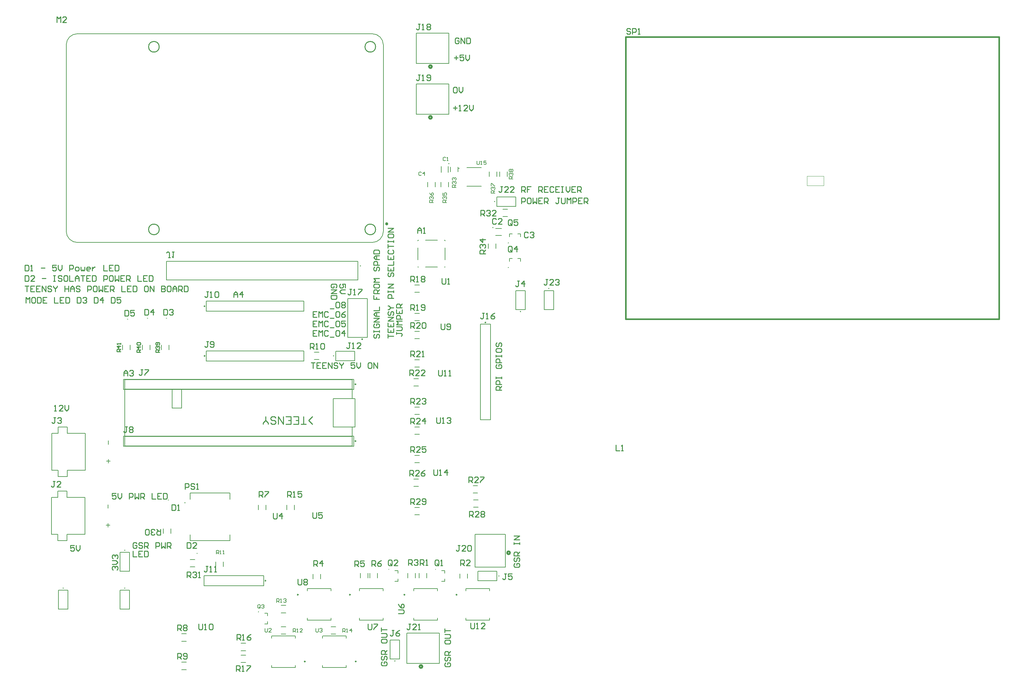
<source format=gto>
G04*
G04 #@! TF.GenerationSoftware,Altium Limited,Altium Designer,22.11.1 (43)*
G04*
G04 Layer_Color=65535*
%FSLAX44Y44*%
%MOMM*%
G71*
G04*
G04 #@! TF.SameCoordinates,B54C2437-7CCA-4C96-8E11-22E7B733F24C*
G04*
G04*
G04 #@! TF.FilePolarity,Positive*
G04*
G01*
G75*
%ADD10C,0.0000*%
%ADD11C,0.2000*%
%ADD12C,0.1524*%
%ADD13C,0.5080*%
%ADD14C,0.2500*%
%ADD15C,0.1270*%
%ADD16C,0.4000*%
%ADD17C,0.2540*%
%ADD18C,0.3000*%
%ADD19C,0.0508*%
%ADD20C,0.1540*%
D10*
X307530Y1025380D02*
G03*
X307530Y1025380I-1270J0D01*
G01*
X360870Y1027920D02*
G03*
X360870Y1027920I-1270J0D01*
G01*
X411670D02*
G03*
X411670Y1027920I-1270J0D01*
G01*
X1327320Y1163940D02*
G03*
X1327320Y1163940I-1000J0D01*
G01*
Y1229980D02*
G03*
X1327320Y1229980I-1000J0D01*
G01*
X493250Y397320D02*
G03*
X493250Y397320I-1270J0D01*
G01*
X416750Y540240D02*
G03*
X416750Y540240I-1270J0D01*
G01*
X657800Y240250D02*
G03*
X657800Y240250I-1000J0D01*
G01*
X1007050Y354550D02*
G03*
X1007050Y354550I-1000J0D01*
G01*
X1132350D02*
G03*
X1132350Y354550I-1000J0D01*
G01*
D11*
X1436100Y1107960D02*
G03*
X1436100Y1107960I-1000J0D01*
G01*
X1290800Y1341120D02*
G03*
X1290800Y1341120I-1000J0D01*
G01*
X1195040Y1430210D02*
G03*
X1195040Y1430210I-1000J0D01*
G01*
X1302000Y336550D02*
G03*
X1302000Y336550I-1000J0D01*
G01*
X859000Y927100D02*
G03*
X859000Y927100I-1000J0D01*
G01*
X299450Y405650D02*
G03*
X299450Y405650I-1000J0D01*
G01*
Y304050D02*
G03*
X299450Y304050I-1000J0D01*
G01*
X134350D02*
G03*
X134350Y304050I-1000J0D01*
G01*
X1023350Y108700D02*
G03*
X1023350Y108700I-1000J0D01*
G01*
X1359900Y1045960D02*
G03*
X1359900Y1045960I-1000J0D01*
G01*
X460550Y532800D02*
G03*
X460550Y532800I-1000J0D01*
G01*
X930800Y1168400D02*
G03*
X930800Y1168400I-1000J0D01*
G01*
X895870Y1081000D02*
X948170D01*
X895870Y976400D02*
Y1081000D01*
X948170Y976400D02*
Y1081000D01*
X895870Y976400D02*
X948170D01*
X1251470Y755420D02*
Y1012420D01*
X1278370D01*
Y755420D02*
Y1012420D01*
X1251470Y755420D02*
X1278370D01*
X294700Y837400D02*
X911800D01*
X294700D02*
Y864400D01*
X911800D01*
Y837400D02*
Y864400D01*
X294700Y685000D02*
X911800D01*
X294700D02*
Y712000D01*
X911800D01*
Y685000D02*
Y712000D01*
X516950Y1046950D02*
Y1073950D01*
Y1046950D02*
X778450D01*
Y1073950D01*
X516950D02*
X778450D01*
X516950Y913600D02*
Y940600D01*
Y913600D02*
X778450D01*
Y940600D01*
X516950D02*
X778450D01*
X510600Y310350D02*
X670500D01*
X510600D02*
Y337350D01*
X670500D01*
Y310350D02*
Y337350D01*
X410200Y1180465D02*
X923300D01*
X410200Y1130935D02*
X923300D01*
Y1180465D01*
X410200Y1130935D02*
Y1180465D01*
X882854Y185502D02*
Y195498D01*
X887852D01*
X889519Y193832D01*
Y190500D01*
X887852Y188834D01*
X882854D01*
X886186D02*
X889519Y185502D01*
X892851D02*
X896183D01*
X894517D01*
Y195498D01*
X892851Y193832D01*
X906180Y185502D02*
Y195498D01*
X901181Y190500D01*
X907846D01*
X705866Y265430D02*
Y275427D01*
X710864D01*
X712531Y273761D01*
Y270428D01*
X710864Y268762D01*
X705866D01*
X709198D02*
X712531Y265430D01*
X715863D02*
X719195D01*
X717529D01*
Y275427D01*
X715863Y273761D01*
X724193D02*
X725860Y275427D01*
X729192D01*
X730858Y273761D01*
Y272094D01*
X729192Y270428D01*
X727526D01*
X729192D01*
X730858Y268762D01*
Y267096D01*
X729192Y265430D01*
X725860D01*
X724193Y267096D01*
X749504Y185502D02*
Y195498D01*
X754502D01*
X756169Y193832D01*
Y190500D01*
X754502Y188834D01*
X749504D01*
X752836D02*
X756169Y185502D01*
X759501D02*
X762833D01*
X761167D01*
Y195498D01*
X759501Y193832D01*
X774496Y185502D02*
X767831D01*
X774496Y192166D01*
Y193832D01*
X772830Y195498D01*
X769498D01*
X767831Y193832D01*
X543560Y395478D02*
Y405475D01*
X548558D01*
X550224Y403809D01*
Y400476D01*
X548558Y398810D01*
X543560D01*
X546892D02*
X550224Y395478D01*
X553557D02*
X556889D01*
X555223D01*
Y405475D01*
X553557Y403809D01*
X561887Y395478D02*
X565220D01*
X563554D01*
Y405475D01*
X561887Y403809D01*
X661477Y251602D02*
Y258267D01*
X659810Y259933D01*
X656478D01*
X654812Y258267D01*
Y251602D01*
X656478Y249936D01*
X659810D01*
X658144Y253268D02*
X661477Y249936D01*
X659810D02*
X661477Y251602D01*
X664809Y258267D02*
X666475Y259933D01*
X669807D01*
X671473Y258267D01*
Y256600D01*
X669807Y254934D01*
X668141D01*
X669807D01*
X671473Y253268D01*
Y251602D01*
X669807Y249936D01*
X666475D01*
X664809Y251602D01*
X674370Y195671D02*
Y187340D01*
X676036Y185674D01*
X679368D01*
X681034Y187340D01*
Y195671D01*
X691031Y185674D02*
X684367D01*
X691031Y192339D01*
Y194005D01*
X689365Y195671D01*
X686033D01*
X684367Y194005D01*
X810768Y195671D02*
Y187340D01*
X812434Y185674D01*
X815766D01*
X817432Y187340D01*
Y195671D01*
X820765Y194005D02*
X822431Y195671D01*
X825763D01*
X827429Y194005D01*
Y192339D01*
X825763Y190672D01*
X824097D01*
X825763D01*
X827429Y189006D01*
Y187340D01*
X825763Y185674D01*
X822431D01*
X820765Y187340D01*
D12*
X1167892Y1442720D02*
G03*
X1167892Y1442720I-762J0D01*
G01*
X1286002Y1271270D02*
G03*
X1286002Y1271270I-762J0D01*
G01*
X365633Y943774D02*
Y956146D01*
X345567Y943774D02*
Y956146D01*
X312293Y943774D02*
Y956146D01*
X292227Y943774D02*
Y956146D01*
X416433Y943774D02*
Y956146D01*
X396367Y943774D02*
Y956146D01*
X1164970Y1419438D02*
Y1435522D01*
X1146430Y1419438D02*
Y1435522D01*
X1292438Y1250570D02*
X1308522D01*
X1292438Y1269110D02*
X1308522D01*
X1295273Y1408594D02*
Y1420966D01*
X1275207Y1408594D02*
Y1420966D01*
X1323213Y1408594D02*
Y1420966D01*
X1303147Y1408594D02*
Y1420966D01*
X1191133Y1421294D02*
Y1433666D01*
X1171067Y1421294D02*
Y1433666D01*
X1312074Y1300607D02*
X1324446D01*
X1312074Y1320673D02*
X1324446D01*
X1292733Y1215554D02*
Y1227926D01*
X1272667Y1215554D02*
Y1227926D01*
X1165733Y1380654D02*
Y1393026D01*
X1145667Y1380654D02*
Y1393026D01*
X1130173Y1380654D02*
Y1393026D01*
X1110107Y1380654D02*
Y1393026D01*
X1237627Y448140D02*
X1318653D01*
X1237627Y360510D02*
Y448140D01*
Y360510D02*
X1318653D01*
Y448140D01*
X1141560Y102247D02*
Y183273D01*
X1053930D02*
X1141560D01*
X1053930Y102247D02*
Y183273D01*
Y102247D02*
X1141560D01*
X473874Y380873D02*
X486246D01*
X473874Y360807D02*
X486246D01*
X421513Y451014D02*
Y463386D01*
X401447Y451014D02*
Y463386D01*
X1233334Y540893D02*
X1245706D01*
X1233334Y520827D02*
X1245706D01*
X1073314Y576707D02*
X1085686D01*
X1073314Y596773D02*
X1085686D01*
X1231810Y578993D02*
X1244182D01*
X1231810Y558927D02*
X1244182D01*
X1075854Y500507D02*
X1088226D01*
X1075854Y520573D02*
X1088226D01*
X1166960Y1711567D02*
Y1792593D01*
X1079330D02*
X1166960D01*
X1079330Y1711567D02*
Y1792593D01*
Y1711567D02*
X1166960D01*
Y1575447D02*
Y1656473D01*
X1079330D02*
X1166960D01*
X1079330Y1575447D02*
Y1656473D01*
Y1575447D02*
X1166960D01*
X1083818Y1237742D02*
X1085392D01*
X1156462Y1165098D02*
Y1166672D01*
X1154888Y1237742D02*
X1156462D01*
X1083818Y1236168D02*
Y1237742D01*
Y1165098D02*
X1085392D01*
X1083818D02*
Y1166672D01*
X1104088Y1165098D02*
X1136192D01*
X1156462Y1185368D02*
Y1217472D01*
X1154888Y1165098D02*
X1156462D01*
X1104088Y1237742D02*
X1136192D01*
X1156462Y1236168D02*
Y1237742D01*
X1083818Y1185368D02*
Y1217472D01*
X1075854Y1097407D02*
X1088226D01*
X1075854Y1117473D02*
X1088226D01*
X1075854Y1021207D02*
X1088226D01*
X1075854Y1041273D02*
X1088226D01*
X1075854Y972947D02*
X1088226D01*
X1075854Y993013D02*
X1088226D01*
X1075854Y896747D02*
X1088226D01*
X1075854Y916813D02*
X1088226D01*
X1073314Y845947D02*
X1085686D01*
X1073314Y866013D02*
X1085686D01*
X1075854Y769747D02*
X1088226D01*
X1075854Y789813D02*
X1088226D01*
X1075854Y716407D02*
X1088226D01*
X1075854Y736473D02*
X1088226D01*
X1075854Y640207D02*
X1088226D01*
X1075854Y660273D02*
X1088226D01*
X1087247Y331634D02*
Y344006D01*
X1107313Y331634D02*
Y344006D01*
X975233Y331634D02*
Y344006D01*
X955167Y331634D02*
Y344006D01*
X949833Y331634D02*
Y344006D01*
X929767Y331634D02*
Y344006D01*
X609764Y124333D02*
X622136D01*
X609764Y104267D02*
X622136D01*
X609764Y156083D02*
X622136D01*
X609764Y136017D02*
X622136D01*
X717714Y200533D02*
X730086D01*
X717714Y180467D02*
X730086D01*
X851064Y200533D02*
X863436D01*
X851064Y180467D02*
X863436D01*
X806614Y937133D02*
X818986D01*
X806614Y917067D02*
X818986D01*
X562483Y362114D02*
Y374486D01*
X542417Y362114D02*
Y374486D01*
X752983Y514514D02*
Y526886D01*
X732917Y514514D02*
Y526886D01*
X717714Y257683D02*
X730086D01*
X717714Y237617D02*
X730086D01*
X676783Y514514D02*
Y526886D01*
X656717Y514514D02*
Y526886D01*
X451014Y161417D02*
X463386D01*
X451014Y181483D02*
X463386D01*
X451014Y85217D02*
X463386D01*
X451014Y105283D02*
X463386D01*
X802767Y329094D02*
Y341466D01*
X822833Y329094D02*
Y341466D01*
X1196467Y330364D02*
Y342736D01*
X1216533Y330364D02*
Y342736D01*
X1076833Y331634D02*
Y344006D01*
X1056767Y331634D02*
Y344006D01*
D13*
X1330960Y398780D02*
G03*
X1330960Y398780I-3810J0D01*
G01*
X1096010Y93750D02*
G03*
X1096010Y93750I-3810J0D01*
G01*
X1121410Y1703070D02*
G03*
X1121410Y1703070I-3810J0D01*
G01*
Y1566950D02*
G03*
X1121410Y1566950I-3810J0D01*
G01*
D14*
X935770Y971800D02*
G03*
X935770Y971800I-1250J0D01*
G01*
X1266170Y1016920D02*
G03*
X1266170Y1016920I-1250J0D01*
G01*
X917900Y850900D02*
G03*
X917900Y850900I-1250J0D01*
G01*
Y698500D02*
G03*
X917900Y698500I-1250J0D01*
G01*
X513350Y1060450D02*
G03*
X513350Y1060450I-1250J0D01*
G01*
Y927100D02*
G03*
X513350Y927100I-1250J0D01*
G01*
X676600Y323850D02*
G03*
X676600Y323850I-1250J0D01*
G01*
D15*
X961420Y1231300D02*
G03*
X991420Y1261300I0J30000D01*
G01*
X141420D02*
G03*
X171420Y1231300I30000J0D01*
G01*
Y1791300D02*
G03*
X141420Y1761300I0J-30000D01*
G01*
X991420D02*
G03*
X961420Y1791300I-30000J0D01*
G01*
X254580Y639680D02*
Y649680D01*
X249580Y644680D02*
X259580D01*
X254580Y689680D02*
Y699680D01*
X192580Y620180D02*
Y719180D01*
X144580Y620180D02*
X192580D01*
X144580Y603180D02*
Y620180D01*
X119580Y603180D02*
X144580D01*
X119580D02*
Y620180D01*
X102580D02*
X119580D01*
X102580D02*
Y719180D01*
X119580D01*
Y736180D01*
X144580D01*
Y719180D02*
Y736180D01*
Y719180D02*
X192580D01*
X1422400Y1102360D02*
X1447800D01*
X1422400Y1051560D02*
Y1102360D01*
Y1051560D02*
X1447800D01*
Y1102360D01*
X1295400Y1353820D02*
X1346200D01*
Y1328420D02*
Y1353820D01*
X1295400Y1328420D02*
X1346200D01*
X1295400D02*
Y1353820D01*
X1214940Y1381910D02*
X1253940D01*
X1214940Y1432410D02*
X1253940D01*
X1329820Y1180440D02*
Y1188440D01*
X1358820Y1180440D02*
Y1188440D01*
X1351820D02*
X1358820D01*
X1329820D02*
X1336820D01*
X1329820Y1254480D02*
X1336820D01*
X1351820D02*
X1358820D01*
Y1246480D02*
Y1254480D01*
X1329820Y1246480D02*
Y1254480D01*
X1295400Y323850D02*
Y349250D01*
X1244600D02*
X1295400D01*
X1244600Y323850D02*
Y349250D01*
Y323850D02*
X1295400D01*
X863600Y914400D02*
Y939800D01*
Y914400D02*
X914400D01*
Y939800D01*
X863600D02*
X914400D01*
X171420Y1231300D02*
X961420D01*
X141420Y1261300D02*
Y1761300D01*
X171420Y1791300D02*
X961420D01*
X991420Y1261300D02*
Y1761300D01*
X425450Y787400D02*
Y838200D01*
X450850Y787400D02*
Y838200D01*
X425450Y787400D02*
X450850D01*
X298450Y863600D02*
X908050D01*
X450850Y838200D02*
X908050D01*
X425450D02*
X450850D01*
X298450D02*
X425450D01*
X298450Y711200D02*
Y838200D01*
Y711200D02*
X908050D01*
Y838200D02*
Y863600D01*
Y685800D02*
Y711200D01*
X298450Y838200D02*
Y863600D01*
Y685800D02*
Y711200D01*
X857250Y736600D02*
X908050D01*
X857250D02*
Y812800D01*
X908050D01*
Y711200D02*
Y736600D01*
Y812800D02*
Y838200D01*
Y812800D02*
X915670D01*
X908050Y736600D02*
X915670D01*
Y812800D01*
X298450Y685800D02*
X908050D01*
X285750Y400050D02*
X311150D01*
X285750Y349250D02*
Y400050D01*
Y349250D02*
X311150D01*
Y400050D01*
X285750Y298450D02*
X311150D01*
X285750Y247650D02*
Y298450D01*
Y247650D02*
X311150D01*
Y298450D01*
X120650D02*
X146050D01*
X120650Y247650D02*
Y298450D01*
Y247650D02*
X146050D01*
Y298450D01*
X692400Y175900D02*
X755400D01*
X755650Y169850D02*
Y175850D01*
X692150Y169850D02*
Y175850D01*
X755650Y90800D02*
Y96850D01*
X692150Y90800D02*
X755650D01*
X692150D02*
Y96850D01*
X927350Y217800D02*
X990350D01*
X927100Y217850D02*
Y223850D01*
X990600Y217850D02*
Y223850D01*
X927100Y296850D02*
Y302900D01*
X990600D01*
Y296850D02*
Y302900D01*
X681300Y229750D02*
Y236750D01*
Y207750D02*
Y214750D01*
X673300Y207750D02*
X681300D01*
X673300Y236750D02*
X681300D01*
X828950Y175900D02*
X891950D01*
X892200Y169850D02*
Y175850D01*
X828700Y169850D02*
Y175850D01*
X892200Y90800D02*
Y96850D01*
X828700Y90800D02*
X892200D01*
X828700D02*
Y96850D01*
X1276350Y296850D02*
Y302900D01*
X1212850D02*
X1276350D01*
X1212850Y296850D02*
Y302900D01*
X1276350Y217850D02*
Y223850D01*
X1212850Y217850D02*
Y223850D01*
X1213100Y217800D02*
X1276100D01*
X1073400D02*
X1136400D01*
X1073150Y217850D02*
Y223850D01*
X1136650Y217850D02*
Y223850D01*
X1073150Y296850D02*
Y302900D01*
X1136650D01*
Y296850D02*
Y302900D01*
X1009650Y114300D02*
X1035050D01*
Y165100D01*
X1009650D02*
X1035050D01*
X1009650Y114300D02*
Y165100D01*
X1022550Y351050D02*
X1030550D01*
X1022550Y322050D02*
X1030550D01*
Y329050D01*
Y344050D02*
Y351050D01*
X1147850D02*
X1155850D01*
X1147850Y322050D02*
X1155850D01*
Y329050D01*
Y344050D02*
Y351050D01*
X850900Y296850D02*
Y302900D01*
X787400D02*
X850900D01*
X787400Y296850D02*
Y302900D01*
X850900Y217850D02*
Y223850D01*
X787400Y217850D02*
Y223850D01*
X787650Y217800D02*
X850650D01*
X1346200Y1051560D02*
X1371600D01*
Y1102360D01*
X1346200D02*
X1371600D01*
X1346200Y1051560D02*
Y1102360D01*
X143640Y547740D02*
X191640D01*
X143640D02*
Y564740D01*
X118640D02*
X143640D01*
X118640Y547740D02*
Y564740D01*
X101640Y547740D02*
X118640D01*
X101640Y448740D02*
Y547740D01*
Y448740D02*
X118640D01*
Y431740D02*
Y448740D01*
Y431740D02*
X143640D01*
Y448740D01*
X191640D01*
Y547740D01*
X253640Y518240D02*
Y528240D01*
X248640Y473240D02*
X258640D01*
X253640Y468240D02*
Y478240D01*
X580550Y431550D02*
Y447900D01*
X473550Y431550D02*
X580550D01*
X473550D02*
Y447900D01*
X580550Y542700D02*
Y559050D01*
X473550D02*
X580550D01*
X473550Y542700D02*
Y559050D01*
D16*
X1002420Y1281300D02*
G03*
X1002420Y1281300I-2000J0D01*
G01*
X2641600Y1026160D02*
Y1783080D01*
X1640840D02*
X2641600D01*
X1640840Y1026160D02*
Y1783080D01*
Y1026160D02*
X2641600D01*
D17*
X970669Y1266300D02*
G03*
X970669Y1266300I-14249J0D01*
G01*
X390669D02*
G03*
X390669Y1266300I-14249J0D01*
G01*
Y1756300D02*
G03*
X390669Y1756300I-14249J0D01*
G01*
X970669D02*
G03*
X970669Y1756300I-14249J0D01*
G01*
X33020Y1069340D02*
Y1084575D01*
X38098Y1079497D01*
X43177Y1084575D01*
Y1069340D01*
X55873Y1084575D02*
X50794D01*
X48255Y1082036D01*
Y1071879D01*
X50794Y1069340D01*
X55873D01*
X58412Y1071879D01*
Y1082036D01*
X55873Y1084575D01*
X63490D02*
Y1069340D01*
X71108D01*
X73647Y1071879D01*
Y1082036D01*
X71108Y1084575D01*
X63490D01*
X88882D02*
X78725D01*
Y1069340D01*
X88882D01*
X78725Y1076957D02*
X83804D01*
X109195Y1084575D02*
Y1069340D01*
X119352D01*
X134587Y1084575D02*
X124430D01*
Y1069340D01*
X134587D01*
X124430Y1076957D02*
X129509D01*
X139665Y1084575D02*
Y1069340D01*
X147283D01*
X149822Y1071879D01*
Y1082036D01*
X147283Y1084575D01*
X139665D01*
X170136D02*
Y1069340D01*
X177753D01*
X180292Y1071879D01*
Y1082036D01*
X177753Y1084575D01*
X170136D01*
X185371Y1082036D02*
X187910Y1084575D01*
X192988D01*
X195527Y1082036D01*
Y1079497D01*
X192988Y1076957D01*
X190449D01*
X192988D01*
X195527Y1074418D01*
Y1071879D01*
X192988Y1069340D01*
X187910D01*
X185371Y1071879D01*
X215841Y1084575D02*
Y1069340D01*
X223458D01*
X225998Y1071879D01*
Y1082036D01*
X223458Y1084575D01*
X215841D01*
X238694Y1069340D02*
Y1084575D01*
X231076Y1076957D01*
X241233D01*
X261546Y1084575D02*
Y1069340D01*
X269164D01*
X271703Y1071879D01*
Y1082036D01*
X269164Y1084575D01*
X261546D01*
X286938D02*
X276781D01*
Y1076957D01*
X281859Y1079497D01*
X284399D01*
X286938Y1076957D01*
Y1071879D01*
X284399Y1069340D01*
X279320D01*
X276781Y1071879D01*
X346711Y890267D02*
X341632D01*
X344172D01*
Y877572D01*
X341632Y875033D01*
X339093D01*
X336554Y877572D01*
X351789Y890267D02*
X361946D01*
Y887728D01*
X351789Y877572D01*
Y875033D01*
X340278Y936631D02*
X330282D01*
Y941629D01*
X331948Y943296D01*
X335280D01*
X336946Y941629D01*
Y936631D01*
Y939963D02*
X340278Y943296D01*
Y951626D02*
X330282D01*
X335280Y946628D01*
Y953292D01*
X331948Y956625D02*
X330282Y958291D01*
Y961623D01*
X331948Y963289D01*
X338612D01*
X340278Y961623D01*
Y958291D01*
X338612Y956625D01*
X331948D01*
X286938Y938297D02*
X276942D01*
Y943296D01*
X278608Y944962D01*
X281940D01*
X283606Y943296D01*
Y938297D01*
Y941629D02*
X286938Y944962D01*
Y953292D02*
X276942D01*
X281940Y948294D01*
Y954958D01*
X286938Y958291D02*
Y961623D01*
Y959957D01*
X276942D01*
X278608Y958291D01*
X391078Y936631D02*
X381082D01*
Y941629D01*
X382748Y943296D01*
X386080D01*
X387746Y941629D01*
Y936631D01*
Y939963D02*
X391078Y943296D01*
X382748Y946628D02*
X381082Y948294D01*
Y951626D01*
X382748Y953292D01*
X384414D01*
X386080Y951626D01*
Y949960D01*
Y951626D01*
X387746Y953292D01*
X389412D01*
X391078Y951626D01*
Y948294D01*
X389412Y946628D01*
Y956625D02*
X391078Y958291D01*
Y961623D01*
X389412Y963289D01*
X382748D01*
X381082Y961623D01*
Y958291D01*
X382748Y956625D01*
X384414D01*
X386080Y958291D01*
Y963289D01*
X297942Y1049523D02*
Y1034288D01*
X305560D01*
X308099Y1036827D01*
Y1046984D01*
X305560Y1049523D01*
X297942D01*
X323334D02*
X313177D01*
Y1041906D01*
X318255Y1044445D01*
X320795D01*
X323334Y1041906D01*
Y1036827D01*
X320795Y1034288D01*
X315716D01*
X313177Y1036827D01*
X351282Y1052063D02*
Y1036828D01*
X358899D01*
X361439Y1039367D01*
Y1049524D01*
X358899Y1052063D01*
X351282D01*
X374135Y1036828D02*
Y1052063D01*
X366517Y1044445D01*
X376674D01*
X402082Y1052063D02*
Y1036828D01*
X409700D01*
X412239Y1039367D01*
Y1049524D01*
X409700Y1052063D01*
X402082D01*
X417317Y1049524D02*
X419856Y1052063D01*
X424935D01*
X427474Y1049524D01*
Y1046985D01*
X424935Y1044445D01*
X422395D01*
X424935D01*
X427474Y1041906D01*
Y1039367D01*
X424935Y1036828D01*
X419856D01*
X417317Y1039367D01*
X112519Y761741D02*
X107440D01*
X109979D01*
Y749045D01*
X107440Y746506D01*
X104901D01*
X102362Y749045D01*
X117597Y759202D02*
X120136Y761741D01*
X125215D01*
X127754Y759202D01*
Y756663D01*
X125215Y754124D01*
X122675D01*
X125215D01*
X127754Y751584D01*
Y749045D01*
X125215Y746506D01*
X120136D01*
X117597Y749045D01*
X1432303Y1132835D02*
X1427224D01*
X1429763D01*
Y1120139D01*
X1427224Y1117600D01*
X1424685D01*
X1422146Y1120139D01*
X1447538Y1117600D02*
X1437381D01*
X1447538Y1127757D01*
Y1130296D01*
X1444999Y1132835D01*
X1439920D01*
X1437381Y1130296D01*
X1452616D02*
X1455155Y1132835D01*
X1460234D01*
X1462773Y1130296D01*
Y1127757D01*
X1460234Y1125218D01*
X1457695D01*
X1460234D01*
X1462773Y1122678D01*
Y1120139D01*
X1460234Y1117600D01*
X1455155D01*
X1452616Y1120139D01*
X30480Y1115055D02*
X40637D01*
X35558D01*
Y1099820D01*
X55872Y1115055D02*
X45715D01*
Y1099820D01*
X55872D01*
X45715Y1107438D02*
X50793D01*
X71107Y1115055D02*
X60950D01*
Y1099820D01*
X71107D01*
X60950Y1107438D02*
X66028D01*
X76185Y1099820D02*
Y1115055D01*
X86342Y1099820D01*
Y1115055D01*
X101577Y1112516D02*
X99038Y1115055D01*
X93960D01*
X91420Y1112516D01*
Y1109977D01*
X93960Y1107438D01*
X99038D01*
X101577Y1104898D01*
Y1102359D01*
X99038Y1099820D01*
X93960D01*
X91420Y1102359D01*
X106655Y1115055D02*
Y1112516D01*
X111734Y1107438D01*
X116812Y1112516D01*
Y1115055D01*
X111734Y1107438D02*
Y1099820D01*
X137126Y1115055D02*
Y1099820D01*
Y1107438D01*
X147282D01*
Y1115055D01*
Y1099820D01*
X152361D02*
Y1109977D01*
X157439Y1115055D01*
X162517Y1109977D01*
Y1099820D01*
Y1107438D01*
X152361D01*
X177752Y1112516D02*
X175213Y1115055D01*
X170135D01*
X167596Y1112516D01*
Y1109977D01*
X170135Y1107438D01*
X175213D01*
X177752Y1104898D01*
Y1102359D01*
X175213Y1099820D01*
X170135D01*
X167596Y1102359D01*
X198066Y1099820D02*
Y1115055D01*
X205683D01*
X208223Y1112516D01*
Y1107438D01*
X205683Y1104898D01*
X198066D01*
X220918Y1115055D02*
X215840D01*
X213301Y1112516D01*
Y1102359D01*
X215840Y1099820D01*
X220918D01*
X223458Y1102359D01*
Y1112516D01*
X220918Y1115055D01*
X228536D02*
Y1099820D01*
X233614Y1104898D01*
X238693Y1099820D01*
Y1115055D01*
X253928D02*
X243771D01*
Y1099820D01*
X253928D01*
X243771Y1107438D02*
X248849D01*
X259006Y1099820D02*
Y1115055D01*
X266624D01*
X269163Y1112516D01*
Y1107438D01*
X266624Y1104898D01*
X259006D01*
X264084D02*
X269163Y1099820D01*
X289476Y1115055D02*
Y1099820D01*
X299633D01*
X314868Y1115055D02*
X304711D01*
Y1099820D01*
X314868D01*
X304711Y1107438D02*
X309790D01*
X319946Y1115055D02*
Y1099820D01*
X327564D01*
X330103Y1102359D01*
Y1112516D01*
X327564Y1115055D01*
X319946D01*
X358034D02*
X352956D01*
X350416Y1112516D01*
Y1102359D01*
X352956Y1099820D01*
X358034D01*
X360573Y1102359D01*
Y1112516D01*
X358034Y1115055D01*
X365652Y1099820D02*
Y1115055D01*
X375808Y1099820D01*
Y1115055D01*
X396122D02*
Y1099820D01*
X403739D01*
X406278Y1102359D01*
Y1104898D01*
X403739Y1107438D01*
X396122D01*
X403739D01*
X406278Y1109977D01*
Y1112516D01*
X403739Y1115055D01*
X396122D01*
X418974D02*
X413896D01*
X411357Y1112516D01*
Y1102359D01*
X413896Y1099820D01*
X418974D01*
X421513Y1102359D01*
Y1112516D01*
X418974Y1115055D01*
X426592Y1099820D02*
Y1109977D01*
X431670Y1115055D01*
X436749Y1109977D01*
Y1099820D01*
Y1107438D01*
X426592D01*
X441827Y1099820D02*
Y1115055D01*
X449445D01*
X451984Y1112516D01*
Y1107438D01*
X449445Y1104898D01*
X441827D01*
X446905D02*
X451984Y1099820D01*
X457062Y1115055D02*
Y1099820D01*
X464680D01*
X467219Y1102359D01*
Y1112516D01*
X464680Y1115055D01*
X457062D01*
X30480Y1142995D02*
Y1127760D01*
X38098D01*
X40637Y1130299D01*
Y1140456D01*
X38098Y1142995D01*
X30480D01*
X55872Y1127760D02*
X45715D01*
X55872Y1137917D01*
Y1140456D01*
X53333Y1142995D01*
X48254D01*
X45715Y1140456D01*
X76185Y1135378D02*
X86342D01*
X106655Y1142995D02*
X111734D01*
X109194D01*
Y1127760D01*
X106655D01*
X111734D01*
X129508Y1140456D02*
X126969Y1142995D01*
X121890D01*
X119351Y1140456D01*
Y1137917D01*
X121890Y1135378D01*
X126969D01*
X129508Y1132838D01*
Y1130299D01*
X126969Y1127760D01*
X121890D01*
X119351Y1130299D01*
X142204Y1142995D02*
X137126D01*
X134586Y1140456D01*
Y1130299D01*
X137126Y1127760D01*
X142204D01*
X144743Y1130299D01*
Y1140456D01*
X142204Y1142995D01*
X149821D02*
Y1127760D01*
X159978D01*
X165056D02*
Y1137917D01*
X170135Y1142995D01*
X175213Y1137917D01*
Y1127760D01*
Y1135378D01*
X165056D01*
X180292Y1142995D02*
X190448D01*
X185370D01*
Y1127760D01*
X205683Y1142995D02*
X195527D01*
Y1127760D01*
X205683D01*
X195527Y1135378D02*
X200605D01*
X210762Y1142995D02*
Y1127760D01*
X218379D01*
X220918Y1130299D01*
Y1140456D01*
X218379Y1142995D01*
X210762D01*
X241232Y1127760D02*
Y1142995D01*
X248849D01*
X251388Y1140456D01*
Y1135378D01*
X248849Y1132838D01*
X241232D01*
X264084Y1142995D02*
X259006D01*
X256467Y1140456D01*
Y1130299D01*
X259006Y1127760D01*
X264084D01*
X266624Y1130299D01*
Y1140456D01*
X264084Y1142995D01*
X271702D02*
Y1127760D01*
X276780Y1132838D01*
X281859Y1127760D01*
Y1142995D01*
X297094D02*
X286937D01*
Y1127760D01*
X297094D01*
X286937Y1135378D02*
X292015D01*
X302172Y1127760D02*
Y1142995D01*
X309790D01*
X312329Y1140456D01*
Y1135378D01*
X309790Y1132838D01*
X302172D01*
X307250D02*
X312329Y1127760D01*
X332642Y1142995D02*
Y1127760D01*
X342799D01*
X358034Y1142995D02*
X347877D01*
Y1127760D01*
X358034D01*
X347877Y1135378D02*
X352956D01*
X363112Y1142995D02*
Y1127760D01*
X370730D01*
X373269Y1130299D01*
Y1140456D01*
X370730Y1142995D01*
X363112D01*
X30480Y1170935D02*
Y1155700D01*
X38098D01*
X40637Y1158239D01*
Y1168396D01*
X38098Y1170935D01*
X30480D01*
X45715Y1155700D02*
X50793D01*
X48254D01*
Y1170935D01*
X45715Y1168396D01*
X73646Y1163317D02*
X83803D01*
X114273Y1170935D02*
X104116D01*
Y1163317D01*
X109194Y1165857D01*
X111734D01*
X114273Y1163317D01*
Y1158239D01*
X111734Y1155700D01*
X106655D01*
X104116Y1158239D01*
X119351Y1170935D02*
Y1160778D01*
X124430Y1155700D01*
X129508Y1160778D01*
Y1170935D01*
X149821Y1155700D02*
Y1170935D01*
X157439D01*
X159978Y1168396D01*
Y1163317D01*
X157439Y1160778D01*
X149821D01*
X167596Y1155700D02*
X172674D01*
X175213Y1158239D01*
Y1163317D01*
X172674Y1165857D01*
X167596D01*
X165056Y1163317D01*
Y1158239D01*
X167596Y1155700D01*
X180292Y1165857D02*
Y1158239D01*
X182831Y1155700D01*
X185370Y1158239D01*
X187909Y1155700D01*
X190448Y1158239D01*
Y1165857D01*
X203144Y1155700D02*
X198066D01*
X195527Y1158239D01*
Y1163317D01*
X198066Y1165857D01*
X203144D01*
X205683Y1163317D01*
Y1160778D01*
X195527D01*
X210762Y1165857D02*
Y1155700D01*
Y1160778D01*
X213301Y1163317D01*
X215840Y1165857D01*
X218379D01*
X241232Y1170935D02*
Y1155700D01*
X251388D01*
X266624Y1170935D02*
X256467D01*
Y1155700D01*
X266624D01*
X256467Y1163317D02*
X261545D01*
X271702Y1170935D02*
Y1155700D01*
X279319D01*
X281859Y1158239D01*
Y1168396D01*
X279319Y1170935D01*
X271702D01*
X320040Y403855D02*
Y388620D01*
X330197D01*
X345432Y403855D02*
X335275D01*
Y388620D01*
X345432D01*
X335275Y396237D02*
X340353D01*
X350510Y403855D02*
Y388620D01*
X358128D01*
X360667Y391159D01*
Y401316D01*
X358128Y403855D01*
X350510D01*
X1026165Y990597D02*
Y985518D01*
Y988057D01*
X1038861D01*
X1041400Y985518D01*
Y982979D01*
X1038861Y980440D01*
X1026165Y995675D02*
X1038861D01*
X1041400Y998214D01*
Y1003293D01*
X1038861Y1005832D01*
X1026165D01*
X1041400Y1010910D02*
X1026165D01*
X1031243Y1015988D01*
X1026165Y1021067D01*
X1041400D01*
Y1026145D02*
X1026165D01*
Y1033763D01*
X1028704Y1036302D01*
X1033783D01*
X1036322Y1033763D01*
Y1026145D01*
X1026165Y1051537D02*
Y1041380D01*
X1041400D01*
Y1051537D01*
X1033783Y1041380D02*
Y1046459D01*
X1041400Y1056615D02*
X1026165D01*
Y1064233D01*
X1028704Y1066772D01*
X1033783D01*
X1036322Y1064233D01*
Y1056615D01*
Y1061694D02*
X1041400Y1066772D01*
X1003305Y975360D02*
Y985517D01*
Y980438D01*
X1018540D01*
X1003305Y1000752D02*
Y990595D01*
X1018540D01*
Y1000752D01*
X1010922Y990595D02*
Y995673D01*
X1003305Y1015987D02*
Y1005830D01*
X1018540D01*
Y1015987D01*
X1010922Y1005830D02*
Y1010909D01*
X1018540Y1021065D02*
X1003305D01*
X1018540Y1031222D01*
X1003305D01*
X1005844Y1046457D02*
X1003305Y1043918D01*
Y1038839D01*
X1005844Y1036300D01*
X1008383D01*
X1010922Y1038839D01*
Y1043918D01*
X1013462Y1046457D01*
X1016001D01*
X1018540Y1043918D01*
Y1038839D01*
X1016001Y1036300D01*
X1003305Y1051535D02*
X1005844D01*
X1010922Y1056614D01*
X1005844Y1061692D01*
X1003305D01*
X1010922Y1056614D02*
X1018540D01*
Y1082005D02*
X1003305D01*
Y1089623D01*
X1005844Y1092162D01*
X1010922D01*
X1013462Y1089623D01*
Y1082005D01*
X1003305Y1097241D02*
Y1102319D01*
Y1099780D01*
X1018540D01*
Y1097241D01*
Y1102319D01*
Y1109937D02*
X1003305D01*
X1018540Y1120093D01*
X1003305D01*
X1005844Y1150563D02*
X1003305Y1148024D01*
Y1142946D01*
X1005844Y1140407D01*
X1008383D01*
X1010922Y1142946D01*
Y1148024D01*
X1013462Y1150563D01*
X1016001D01*
X1018540Y1148024D01*
Y1142946D01*
X1016001Y1140407D01*
X1003305Y1165798D02*
Y1155642D01*
X1018540D01*
Y1165798D01*
X1010922Y1155642D02*
Y1160720D01*
X1003305Y1170877D02*
X1018540D01*
Y1181033D01*
X1003305Y1196268D02*
Y1186112D01*
X1018540D01*
Y1196268D01*
X1010922Y1186112D02*
Y1191190D01*
X1005844Y1211504D02*
X1003305Y1208964D01*
Y1203886D01*
X1005844Y1201347D01*
X1016001D01*
X1018540Y1203886D01*
Y1208964D01*
X1016001Y1211504D01*
X1003305Y1216582D02*
Y1226739D01*
Y1221660D01*
X1018540D01*
X1003305Y1231817D02*
Y1236895D01*
Y1234356D01*
X1018540D01*
Y1231817D01*
Y1236895D01*
X1003305Y1252131D02*
Y1247052D01*
X1005844Y1244513D01*
X1016001D01*
X1018540Y1247052D01*
Y1252131D01*
X1016001Y1254670D01*
X1005844D01*
X1003305Y1252131D01*
X1018540Y1259748D02*
X1003305D01*
X1018540Y1269905D01*
X1003305D01*
X1361440Y1336040D02*
Y1351275D01*
X1369057D01*
X1371597Y1348736D01*
Y1343658D01*
X1369057Y1341118D01*
X1361440D01*
X1384293Y1351275D02*
X1379214D01*
X1376675Y1348736D01*
Y1338579D01*
X1379214Y1336040D01*
X1384293D01*
X1386832Y1338579D01*
Y1348736D01*
X1384293Y1351275D01*
X1391910D02*
Y1336040D01*
X1396989Y1341118D01*
X1402067Y1336040D01*
Y1351275D01*
X1417302D02*
X1407145D01*
Y1336040D01*
X1417302D01*
X1407145Y1343658D02*
X1412224D01*
X1422380Y1336040D02*
Y1351275D01*
X1429998D01*
X1432537Y1348736D01*
Y1343658D01*
X1429998Y1341118D01*
X1422380D01*
X1427459D02*
X1432537Y1336040D01*
X1463007Y1351275D02*
X1457929D01*
X1460468D01*
Y1338579D01*
X1457929Y1336040D01*
X1455390D01*
X1452850Y1338579D01*
X1468085Y1351275D02*
Y1338579D01*
X1470625Y1336040D01*
X1475703D01*
X1478242Y1338579D01*
Y1351275D01*
X1483321Y1336040D02*
Y1351275D01*
X1488399Y1346197D01*
X1493477Y1351275D01*
Y1336040D01*
X1498556D02*
Y1351275D01*
X1506173D01*
X1508712Y1348736D01*
Y1343658D01*
X1506173Y1341118D01*
X1498556D01*
X1523947Y1351275D02*
X1513791D01*
Y1336040D01*
X1523947D01*
X1513791Y1343658D02*
X1518869D01*
X1529026Y1336040D02*
Y1351275D01*
X1536643D01*
X1539182Y1348736D01*
Y1343658D01*
X1536643Y1341118D01*
X1529026D01*
X1534104D02*
X1539182Y1336040D01*
X988064Y106677D02*
X985525Y104137D01*
Y99059D01*
X988064Y96520D01*
X998221D01*
X1000760Y99059D01*
Y104137D01*
X998221Y106677D01*
X993142D01*
Y101598D01*
X988064Y121912D02*
X985525Y119373D01*
Y114294D01*
X988064Y111755D01*
X990603D01*
X993142Y114294D01*
Y119373D01*
X995682Y121912D01*
X998221D01*
X1000760Y119373D01*
Y114294D01*
X998221Y111755D01*
X1000760Y126990D02*
X985525D01*
Y134608D01*
X988064Y137147D01*
X993142D01*
X995682Y134608D01*
Y126990D01*
Y132069D02*
X1000760Y137147D01*
X985525Y165078D02*
Y160000D01*
X988064Y157460D01*
X998221D01*
X1000760Y160000D01*
Y165078D01*
X998221Y167617D01*
X988064D01*
X985525Y165078D01*
Y172695D02*
X998221D01*
X1000760Y175235D01*
Y180313D01*
X998221Y182852D01*
X985525D01*
Y187930D02*
Y198087D01*
Y193009D01*
X1000760D01*
X797560Y909315D02*
X807717D01*
X802638D01*
Y894080D01*
X822952Y909315D02*
X812795D01*
Y894080D01*
X822952D01*
X812795Y901697D02*
X817873D01*
X838187Y909315D02*
X828030D01*
Y894080D01*
X838187D01*
X828030Y901697D02*
X833109D01*
X843265Y894080D02*
Y909315D01*
X853422Y894080D01*
Y909315D01*
X868657Y906776D02*
X866118Y909315D01*
X861040D01*
X858500Y906776D01*
Y904237D01*
X861040Y901697D01*
X866118D01*
X868657Y899158D01*
Y896619D01*
X866118Y894080D01*
X861040D01*
X858500Y896619D01*
X873735Y909315D02*
Y906776D01*
X878814Y901697D01*
X883892Y906776D01*
Y909315D01*
X878814Y901697D02*
Y894080D01*
X914362Y909315D02*
X904205D01*
Y901697D01*
X909284Y904237D01*
X911823D01*
X914362Y901697D01*
Y896619D01*
X911823Y894080D01*
X906745D01*
X904205Y896619D01*
X919441Y909315D02*
Y899158D01*
X924519Y894080D01*
X929597Y899158D01*
Y909315D01*
X957528D02*
X952450D01*
X949911Y906776D01*
Y896619D01*
X952450Y894080D01*
X957528D01*
X960067Y896619D01*
Y906776D01*
X957528Y909315D01*
X965146Y894080D02*
Y909315D01*
X975303Y894080D01*
Y909315D01*
X1361440Y1366520D02*
Y1381755D01*
X1369057D01*
X1371597Y1379216D01*
Y1374138D01*
X1369057Y1371598D01*
X1361440D01*
X1366518D02*
X1371597Y1366520D01*
X1386832Y1381755D02*
X1376675D01*
Y1374138D01*
X1381753D01*
X1376675D01*
Y1366520D01*
X1407145D02*
Y1381755D01*
X1414763D01*
X1417302Y1379216D01*
Y1374138D01*
X1414763Y1371598D01*
X1407145D01*
X1412224D02*
X1417302Y1366520D01*
X1432537Y1381755D02*
X1422380D01*
Y1366520D01*
X1432537D01*
X1422380Y1374138D02*
X1427459D01*
X1447772Y1379216D02*
X1445233Y1381755D01*
X1440155D01*
X1437615Y1379216D01*
Y1369059D01*
X1440155Y1366520D01*
X1445233D01*
X1447772Y1369059D01*
X1463007Y1381755D02*
X1452850D01*
Y1366520D01*
X1463007D01*
X1452850Y1374138D02*
X1457929D01*
X1468085Y1381755D02*
X1473164D01*
X1470625D01*
Y1366520D01*
X1468085D01*
X1473164D01*
X1480781Y1381755D02*
Y1371598D01*
X1485860Y1366520D01*
X1490938Y1371598D01*
Y1381755D01*
X1506173D02*
X1496017D01*
Y1366520D01*
X1506173D01*
X1496017Y1374138D02*
X1501095D01*
X1511252Y1366520D02*
Y1381755D01*
X1518869D01*
X1521408Y1379216D01*
Y1374138D01*
X1518869Y1371598D01*
X1511252D01*
X1516330D02*
X1521408Y1366520D01*
X1308100Y835660D02*
X1292865D01*
Y843278D01*
X1295404Y845817D01*
X1300482D01*
X1303022Y843278D01*
Y835660D01*
Y840738D02*
X1308100Y845817D01*
Y850895D02*
X1292865D01*
Y858513D01*
X1295404Y861052D01*
X1300482D01*
X1303022Y858513D01*
Y850895D01*
X1292865Y866130D02*
Y871208D01*
Y868669D01*
X1308100D01*
Y866130D01*
Y871208D01*
X1295404Y904218D02*
X1292865Y901679D01*
Y896600D01*
X1295404Y894061D01*
X1305561D01*
X1308100Y896600D01*
Y901679D01*
X1305561Y904218D01*
X1300482D01*
Y899139D01*
X1308100Y909296D02*
X1292865D01*
Y916914D01*
X1295404Y919453D01*
X1300482D01*
X1303022Y916914D01*
Y909296D01*
X1292865Y924531D02*
Y929610D01*
Y927070D01*
X1308100D01*
Y924531D01*
Y929610D01*
X1292865Y944845D02*
Y939766D01*
X1295404Y937227D01*
X1305561D01*
X1308100Y939766D01*
Y944845D01*
X1305561Y947384D01*
X1295404D01*
X1292865Y944845D01*
X1295404Y962619D02*
X1292865Y960080D01*
Y955001D01*
X1295404Y952462D01*
X1297943D01*
X1300482Y955001D01*
Y960080D01*
X1303022Y962619D01*
X1305561D01*
X1308100Y960080D01*
Y955001D01*
X1305561Y952462D01*
X967744Y985517D02*
X965205Y982978D01*
Y977899D01*
X967744Y975360D01*
X970283D01*
X972822Y977899D01*
Y982978D01*
X975362Y985517D01*
X977901D01*
X980440Y982978D01*
Y977899D01*
X977901Y975360D01*
X965205Y990595D02*
Y995673D01*
Y993134D01*
X980440D01*
Y990595D01*
Y995673D01*
X967744Y1013448D02*
X965205Y1010909D01*
Y1005830D01*
X967744Y1003291D01*
X977901D01*
X980440Y1005830D01*
Y1010909D01*
X977901Y1013448D01*
X972822D01*
Y1008369D01*
X980440Y1018526D02*
X965205D01*
X980440Y1028683D01*
X965205D01*
X980440Y1033761D02*
X970283D01*
X965205Y1038839D01*
X970283Y1043918D01*
X980440D01*
X972822D01*
Y1033761D01*
X965205Y1048996D02*
X980440D01*
Y1059153D01*
X965205Y1089623D02*
Y1079466D01*
X972822D01*
Y1084545D01*
Y1079466D01*
X980440D01*
Y1094701D02*
X965205D01*
Y1102319D01*
X967744Y1104858D01*
X972822D01*
X975362Y1102319D01*
Y1094701D01*
Y1099780D02*
X980440Y1104858D01*
X965205Y1117554D02*
Y1112476D01*
X967744Y1109937D01*
X977901D01*
X980440Y1112476D01*
Y1117554D01*
X977901Y1120093D01*
X967744D01*
X965205Y1117554D01*
X980440Y1125172D02*
X965205D01*
X970283Y1130250D01*
X965205Y1135328D01*
X980440D01*
X967744Y1165798D02*
X965205Y1163259D01*
Y1158181D01*
X967744Y1155642D01*
X970283D01*
X972822Y1158181D01*
Y1163259D01*
X975362Y1165798D01*
X977901D01*
X980440Y1163259D01*
Y1158181D01*
X977901Y1155642D01*
X980440Y1170877D02*
X965205D01*
Y1178494D01*
X967744Y1181033D01*
X972822D01*
X975362Y1178494D01*
Y1170877D01*
X980440Y1186112D02*
X970283D01*
X965205Y1191190D01*
X970283Y1196268D01*
X980440D01*
X972822D01*
Y1186112D01*
X965205Y1201347D02*
X980440D01*
Y1208964D01*
X977901Y1211504D01*
X967744D01*
X965205Y1208964D01*
Y1201347D01*
X848360Y1054100D02*
X858517D01*
X863595Y1069335D02*
X866134Y1071874D01*
X871213D01*
X873752Y1069335D01*
Y1059178D01*
X871213Y1056639D01*
X866134D01*
X863595Y1059178D01*
Y1069335D01*
X878830D02*
X881369Y1071874D01*
X886448D01*
X888987Y1069335D01*
Y1066796D01*
X886448Y1064257D01*
X888987Y1061718D01*
Y1059178D01*
X886448Y1056639D01*
X881369D01*
X878830Y1059178D01*
Y1061718D01*
X881369Y1064257D01*
X878830Y1066796D01*
Y1069335D01*
X881369Y1064257D02*
X886448D01*
X812797Y1046474D02*
X802640D01*
Y1031239D01*
X812797D01*
X802640Y1038857D02*
X807718D01*
X817875Y1031239D02*
Y1046474D01*
X822953Y1041396D01*
X828032Y1046474D01*
Y1031239D01*
X843267Y1043935D02*
X840728Y1046474D01*
X835649D01*
X833110Y1043935D01*
Y1033778D01*
X835649Y1031239D01*
X840728D01*
X843267Y1033778D01*
X848345Y1028700D02*
X858502D01*
X863580Y1043935D02*
X866120Y1046474D01*
X871198D01*
X873737Y1043935D01*
Y1033778D01*
X871198Y1031239D01*
X866120D01*
X863580Y1033778D01*
Y1043935D01*
X888972Y1046474D02*
X883894Y1043935D01*
X878815Y1038857D01*
Y1033778D01*
X881355Y1031239D01*
X886433D01*
X888972Y1033778D01*
Y1036318D01*
X886433Y1038857D01*
X878815D01*
X812797Y1021074D02*
X802640D01*
Y1005839D01*
X812797D01*
X802640Y1013457D02*
X807718D01*
X817875Y1005839D02*
Y1021074D01*
X822953Y1015996D01*
X828032Y1021074D01*
Y1005839D01*
X843267Y1018535D02*
X840728Y1021074D01*
X835649D01*
X833110Y1018535D01*
Y1008378D01*
X835649Y1005839D01*
X840728D01*
X843267Y1008378D01*
X848345Y1003300D02*
X858502D01*
X863580Y1018535D02*
X866120Y1021074D01*
X871198D01*
X873737Y1018535D01*
Y1008378D01*
X871198Y1005839D01*
X866120D01*
X863580Y1008378D01*
Y1018535D01*
X888972Y1021074D02*
X878815D01*
Y1013457D01*
X883894Y1015996D01*
X886433D01*
X888972Y1013457D01*
Y1008378D01*
X886433Y1005839D01*
X881355D01*
X878815Y1008378D01*
X812797Y995674D02*
X802640D01*
Y980439D01*
X812797D01*
X802640Y988057D02*
X807718D01*
X817875Y980439D02*
Y995674D01*
X822953Y990596D01*
X828032Y995674D01*
Y980439D01*
X843267Y993135D02*
X840728Y995674D01*
X835649D01*
X833110Y993135D01*
Y982978D01*
X835649Y980439D01*
X840728D01*
X843267Y982978D01*
X848345Y977900D02*
X858502D01*
X863580Y993135D02*
X866120Y995674D01*
X871198D01*
X873737Y993135D01*
Y982978D01*
X871198Y980439D01*
X866120D01*
X863580Y982978D01*
Y993135D01*
X886433Y980439D02*
Y995674D01*
X878815Y988057D01*
X888972D01*
X266704Y353060D02*
X264165Y355599D01*
Y360677D01*
X266704Y363217D01*
X269243D01*
X271782Y360677D01*
Y358138D01*
Y360677D01*
X274322Y363217D01*
X276861D01*
X279400Y360677D01*
Y355599D01*
X276861Y353060D01*
X264165Y368295D02*
X274322D01*
X279400Y373373D01*
X274322Y378452D01*
X264165D01*
X266704Y383530D02*
X264165Y386069D01*
Y391148D01*
X266704Y393687D01*
X269243D01*
X271782Y391148D01*
Y388609D01*
Y391148D01*
X274322Y393687D01*
X276861D01*
X279400Y391148D01*
Y386069D01*
X276861Y383530D01*
X109220Y779780D02*
X114298D01*
X111759D01*
Y795015D01*
X109220Y792476D01*
X132073Y779780D02*
X121916D01*
X132073Y789937D01*
Y792476D01*
X129533Y795015D01*
X124455D01*
X121916Y792476D01*
X137151Y795015D02*
Y784858D01*
X142229Y779780D01*
X147308Y784858D01*
Y795015D01*
X162557Y419095D02*
X152400D01*
Y411478D01*
X157478Y414017D01*
X160018D01*
X162557Y411478D01*
Y406399D01*
X160018Y403860D01*
X154939D01*
X152400Y406399D01*
X167635Y419095D02*
Y408938D01*
X172713Y403860D01*
X177792Y408938D01*
Y419095D01*
X330197Y424176D02*
X327658Y426715D01*
X322579D01*
X320040Y424176D01*
Y414019D01*
X322579Y411480D01*
X327658D01*
X330197Y414019D01*
Y419098D01*
X325118D01*
X345432Y424176D02*
X342893Y426715D01*
X337814D01*
X335275Y424176D01*
Y421637D01*
X337814Y419098D01*
X342893D01*
X345432Y416558D01*
Y414019D01*
X342893Y411480D01*
X337814D01*
X335275Y414019D01*
X350510Y411480D02*
Y426715D01*
X358128D01*
X360667Y424176D01*
Y419098D01*
X358128Y416558D01*
X350510D01*
X355588D02*
X360667Y411480D01*
X380980D02*
Y426715D01*
X388598D01*
X391137Y424176D01*
Y419098D01*
X388598Y416558D01*
X380980D01*
X396215Y426715D02*
Y411480D01*
X401294Y416558D01*
X406372Y411480D01*
Y426715D01*
X411450Y411480D02*
Y426715D01*
X419068D01*
X421607Y424176D01*
Y419098D01*
X419068Y416558D01*
X411450D01*
X416529D02*
X421607Y411480D01*
X274317Y558795D02*
X264160D01*
Y551177D01*
X269238Y553717D01*
X271777D01*
X274317Y551177D01*
Y546099D01*
X271777Y543560D01*
X266699D01*
X264160Y546099D01*
X279395Y558795D02*
Y548638D01*
X284473Y543560D01*
X289552Y548638D01*
Y558795D01*
X309865Y543560D02*
Y558795D01*
X317483D01*
X320022Y556256D01*
Y551177D01*
X317483Y548638D01*
X309865D01*
X325100Y558795D02*
Y543560D01*
X330179Y548638D01*
X335257Y543560D01*
Y558795D01*
X340335Y543560D02*
Y558795D01*
X347953D01*
X350492Y556256D01*
Y551177D01*
X347953Y548638D01*
X340335D01*
X345414D02*
X350492Y543560D01*
X370806Y558795D02*
Y543560D01*
X380962D01*
X396197Y558795D02*
X386041D01*
Y543560D01*
X396197D01*
X386041Y551177D02*
X391119D01*
X401276Y558795D02*
Y543560D01*
X408893D01*
X411432Y546099D01*
Y556256D01*
X408893Y558795D01*
X401276D01*
X863596Y1109983D02*
X866135Y1112523D01*
Y1117601D01*
X863596Y1120140D01*
X853439D01*
X850900Y1117601D01*
Y1112523D01*
X853439Y1109983D01*
X858518D01*
Y1115062D01*
X850900Y1104905D02*
X866135D01*
X850900Y1094748D01*
X866135D01*
Y1089670D02*
X850900D01*
Y1082052D01*
X853439Y1079513D01*
X863596D01*
X866135Y1082052D01*
Y1089670D01*
X888995Y1109983D02*
Y1120140D01*
X881377D01*
X883917Y1115062D01*
Y1112523D01*
X881377Y1109983D01*
X876299D01*
X873760Y1112523D01*
Y1117601D01*
X876299Y1120140D01*
X888995Y1104905D02*
X878838D01*
X873760Y1099827D01*
X878838Y1094748D01*
X888995D01*
X1178560Y1645916D02*
X1181099Y1648455D01*
X1186178D01*
X1188717Y1645916D01*
Y1635759D01*
X1186178Y1633220D01*
X1181099D01*
X1178560Y1635759D01*
Y1645916D01*
X1193795Y1648455D02*
Y1638298D01*
X1198873Y1633220D01*
X1203952Y1638298D01*
Y1648455D01*
X1178560Y1592578D02*
X1188717D01*
X1183638Y1597656D02*
Y1587499D01*
X1193795Y1584960D02*
X1198873D01*
X1196334D01*
Y1600195D01*
X1193795Y1597656D01*
X1216648Y1584960D02*
X1206491D01*
X1216648Y1595117D01*
Y1597656D01*
X1214109Y1600195D01*
X1209030D01*
X1206491Y1597656D01*
X1221726Y1600195D02*
Y1590038D01*
X1226804Y1584960D01*
X1231883Y1590038D01*
Y1600195D01*
X1193797Y1777996D02*
X1191257Y1780535D01*
X1186179D01*
X1183640Y1777996D01*
Y1767839D01*
X1186179Y1765300D01*
X1191257D01*
X1193797Y1767839D01*
Y1772917D01*
X1188718D01*
X1198875Y1765300D02*
Y1780535D01*
X1209032Y1765300D01*
Y1780535D01*
X1214110D02*
Y1765300D01*
X1221728D01*
X1224267Y1767839D01*
Y1777996D01*
X1221728Y1780535D01*
X1214110D01*
X1181100Y1727198D02*
X1191257D01*
X1186178Y1732276D02*
Y1722119D01*
X1206492Y1734815D02*
X1196335D01*
Y1727198D01*
X1201413Y1729737D01*
X1203953D01*
X1206492Y1727198D01*
Y1722119D01*
X1203953Y1719580D01*
X1198874D01*
X1196335Y1722119D01*
X1211570Y1734815D02*
Y1724658D01*
X1216648Y1719580D01*
X1221727Y1724658D01*
Y1734815D01*
X1158244Y104137D02*
X1155705Y101597D01*
Y96519D01*
X1158244Y93980D01*
X1168401D01*
X1170940Y96519D01*
Y101597D01*
X1168401Y104137D01*
X1163323D01*
Y99058D01*
X1158244Y119372D02*
X1155705Y116833D01*
Y111754D01*
X1158244Y109215D01*
X1160783D01*
X1163323Y111754D01*
Y116833D01*
X1165862Y119372D01*
X1168401D01*
X1170940Y116833D01*
Y111754D01*
X1168401Y109215D01*
X1170940Y124450D02*
X1155705D01*
Y132068D01*
X1158244Y134607D01*
X1163323D01*
X1165862Y132068D01*
Y124450D01*
Y129529D02*
X1170940Y134607D01*
X1155705Y162538D02*
Y157459D01*
X1158244Y154920D01*
X1168401D01*
X1170940Y157459D01*
Y162538D01*
X1168401Y165077D01*
X1158244D01*
X1155705Y162538D01*
Y170155D02*
X1168401D01*
X1170940Y172694D01*
Y177773D01*
X1168401Y180312D01*
X1155705D01*
Y185390D02*
Y195547D01*
Y190469D01*
X1170940D01*
X1343664Y370837D02*
X1341125Y368298D01*
Y363219D01*
X1343664Y360680D01*
X1353821D01*
X1356360Y363219D01*
Y368298D01*
X1353821Y370837D01*
X1348743D01*
Y365758D01*
X1343664Y386072D02*
X1341125Y383533D01*
Y378454D01*
X1343664Y375915D01*
X1346203D01*
X1348743Y378454D01*
Y383533D01*
X1351282Y386072D01*
X1353821D01*
X1356360Y383533D01*
Y378454D01*
X1353821Y375915D01*
X1356360Y391150D02*
X1341125D01*
Y398768D01*
X1343664Y401307D01*
X1348743D01*
X1351282Y398768D01*
Y391150D01*
Y396228D02*
X1356360Y401307D01*
X1341125Y421620D02*
Y426699D01*
Y424160D01*
X1356360D01*
Y421620D01*
Y426699D01*
Y434316D02*
X1341125D01*
X1356360Y444473D01*
X1341125D01*
X801370Y764540D02*
X791213Y754383D01*
X801370Y744227D01*
X784442D02*
X770900D01*
X777671D01*
Y764540D01*
X750586Y744227D02*
X764129D01*
Y764540D01*
X750586D01*
X764129Y754383D02*
X757358D01*
X730273Y744227D02*
X743815D01*
Y764540D01*
X730273D01*
X743815Y754383D02*
X737044D01*
X723502Y764540D02*
Y744227D01*
X709960Y764540D01*
Y744227D01*
X689646Y747612D02*
X693032Y744227D01*
X699803D01*
X703188Y747612D01*
Y750998D01*
X699803Y754383D01*
X693032D01*
X689646Y757769D01*
Y761154D01*
X693032Y764540D01*
X699803D01*
X703188Y761154D01*
X682875Y744227D02*
Y747612D01*
X676104Y754383D01*
X669333Y747612D01*
Y744227D01*
X676104Y754383D02*
Y764540D01*
X1264918Y1201427D02*
X1249682D01*
Y1209044D01*
X1252222Y1211583D01*
X1257300D01*
X1259839Y1209044D01*
Y1201427D01*
Y1206505D02*
X1264918Y1211583D01*
X1252222Y1216662D02*
X1249682Y1219201D01*
Y1224279D01*
X1252222Y1226818D01*
X1254761D01*
X1257300Y1224279D01*
Y1221740D01*
Y1224279D01*
X1259839Y1226818D01*
X1262378D01*
X1264918Y1224279D01*
Y1219201D01*
X1262378Y1216662D01*
X1264918Y1239514D02*
X1249682D01*
X1257300Y1231897D01*
Y1242053D01*
X1252227Y1303022D02*
Y1318257D01*
X1259844D01*
X1262383Y1315718D01*
Y1310640D01*
X1259844Y1308101D01*
X1252227D01*
X1257305D02*
X1262383Y1303022D01*
X1267462Y1315718D02*
X1270001Y1318257D01*
X1275079D01*
X1277618Y1315718D01*
Y1313179D01*
X1275079Y1310640D01*
X1272540D01*
X1275079D01*
X1277618Y1308101D01*
Y1305562D01*
X1275079Y1303022D01*
X1270001D01*
X1267462Y1305562D01*
X1292853Y1303022D02*
X1282697D01*
X1292853Y1313179D01*
Y1315718D01*
X1290314Y1318257D01*
X1285236D01*
X1282697Y1315718D01*
X1336545Y1280159D02*
Y1290316D01*
X1334005Y1292855D01*
X1328927D01*
X1326388Y1290316D01*
Y1280159D01*
X1328927Y1277620D01*
X1334005D01*
X1331466Y1282698D02*
X1336545Y1277620D01*
X1334005D02*
X1336545Y1280159D01*
X1351780Y1292855D02*
X1341623D01*
Y1285237D01*
X1346701Y1287777D01*
X1349241D01*
X1351780Y1285237D01*
Y1280159D01*
X1349241Y1277620D01*
X1344162D01*
X1341623Y1280159D01*
X1336041Y1209042D02*
Y1219198D01*
X1333502Y1221738D01*
X1328423D01*
X1325884Y1219198D01*
Y1209042D01*
X1328423Y1206503D01*
X1333502D01*
X1330963Y1211581D02*
X1336041Y1206503D01*
X1333502D02*
X1336041Y1209042D01*
X1348737Y1206503D02*
Y1221738D01*
X1341119Y1214120D01*
X1351276D01*
X1310643Y1381758D02*
X1305565D01*
X1308104D01*
Y1369062D01*
X1305565Y1366523D01*
X1303026D01*
X1300487Y1369062D01*
X1325878Y1366523D02*
X1315722D01*
X1325878Y1376679D01*
Y1379218D01*
X1323339Y1381758D01*
X1318261D01*
X1315722Y1379218D01*
X1341113Y1366523D02*
X1330957D01*
X1341113Y1376679D01*
Y1379218D01*
X1338574Y1381758D01*
X1333496D01*
X1330957Y1379218D01*
X1379471Y1256788D02*
X1376931Y1259327D01*
X1371853D01*
X1369314Y1256788D01*
Y1246631D01*
X1371853Y1244092D01*
X1376931D01*
X1379471Y1246631D01*
X1384549Y1256788D02*
X1387088Y1259327D01*
X1392167D01*
X1394706Y1256788D01*
Y1254249D01*
X1392167Y1251710D01*
X1389627D01*
X1392167D01*
X1394706Y1249170D01*
Y1246631D01*
X1392167Y1244092D01*
X1387088D01*
X1384549Y1246631D01*
X1293873Y1293110D02*
X1291333Y1295649D01*
X1286255D01*
X1283716Y1293110D01*
Y1282953D01*
X1286255Y1280414D01*
X1291333D01*
X1293873Y1282953D01*
X1309108Y1280414D02*
X1298951D01*
X1309108Y1290571D01*
Y1293110D01*
X1306569Y1295649D01*
X1301490D01*
X1298951Y1293110D01*
X1653537Y1802634D02*
X1650997Y1805173D01*
X1645919D01*
X1643380Y1802634D01*
Y1800095D01*
X1645919Y1797556D01*
X1650997D01*
X1653537Y1795016D01*
Y1792477D01*
X1650997Y1789938D01*
X1645919D01*
X1643380Y1792477D01*
X1658615Y1789938D02*
Y1805173D01*
X1666233D01*
X1668772Y1802634D01*
Y1797556D01*
X1666233Y1795016D01*
X1658615D01*
X1673850Y1789938D02*
X1678929D01*
X1676389D01*
Y1805173D01*
X1673850Y1802634D01*
X1064511Y208275D02*
X1059432D01*
X1061972D01*
Y195579D01*
X1059432Y193040D01*
X1056893D01*
X1054354Y195579D01*
X1079746Y193040D02*
X1069589D01*
X1079746Y203197D01*
Y205736D01*
X1077207Y208275D01*
X1072128D01*
X1069589Y205736D01*
X1084824Y193040D02*
X1089902D01*
X1087363D01*
Y208275D01*
X1084824Y205736D01*
X1196343Y419098D02*
X1191265D01*
X1193804D01*
Y406402D01*
X1191265Y403862D01*
X1188726D01*
X1186187Y406402D01*
X1211578Y403862D02*
X1201422D01*
X1211578Y414019D01*
Y416558D01*
X1209039Y419098D01*
X1203961D01*
X1201422Y416558D01*
X1216657D02*
X1219196Y419098D01*
X1224274D01*
X1226813Y416558D01*
Y406402D01*
X1224274Y403862D01*
X1219196D01*
X1216657Y406402D01*
Y416558D01*
X464826Y332743D02*
Y347977D01*
X472443D01*
X474982Y345438D01*
Y340360D01*
X472443Y337821D01*
X464826D01*
X469904D02*
X474982Y332743D01*
X480061Y345438D02*
X482600Y347977D01*
X487678D01*
X490218Y345438D01*
Y342899D01*
X487678Y340360D01*
X485139D01*
X487678D01*
X490218Y337821D01*
Y335282D01*
X487678Y332743D01*
X482600D01*
X480061Y335282D01*
X495296Y332743D02*
X500374D01*
X497835D01*
Y347977D01*
X495296Y345438D01*
X393693Y462277D02*
Y447042D01*
X386076D01*
X383537Y449582D01*
Y454660D01*
X386076Y457199D01*
X393693D01*
X388615D02*
X383537Y462277D01*
X378458Y449582D02*
X375919Y447042D01*
X370841D01*
X368302Y449582D01*
Y452121D01*
X370841Y454660D01*
X373380D01*
X370841D01*
X368302Y457199D01*
Y459738D01*
X370841Y462277D01*
X375919D01*
X378458Y459738D01*
X363223Y449582D02*
X360684Y447042D01*
X355606D01*
X353067Y449582D01*
Y459738D01*
X355606Y462277D01*
X360684D01*
X363223Y459738D01*
Y449582D01*
X464824Y426717D02*
Y411483D01*
X472442D01*
X474981Y414022D01*
Y424178D01*
X472442Y426717D01*
X464824D01*
X490216Y411483D02*
X480059D01*
X490216Y421639D01*
Y424178D01*
X487677Y426717D01*
X482598D01*
X480059Y424178D01*
X424183Y528317D02*
Y513083D01*
X431801D01*
X434340Y515622D01*
Y525778D01*
X431801Y528317D01*
X424183D01*
X439418Y513083D02*
X444497D01*
X441958D01*
Y528317D01*
X439418Y525778D01*
X1126496Y622298D02*
Y609602D01*
X1129035Y607062D01*
X1134114D01*
X1136653Y609602D01*
Y622298D01*
X1141731Y607062D02*
X1146810D01*
X1144270D01*
Y622298D01*
X1141731Y619758D01*
X1162045Y607062D02*
Y622298D01*
X1154427Y614680D01*
X1164584D01*
X1064514Y528828D02*
Y544063D01*
X1072132D01*
X1074671Y541524D01*
Y536446D01*
X1072132Y533906D01*
X1064514D01*
X1069592D02*
X1074671Y528828D01*
X1089906D02*
X1079749D01*
X1089906Y538985D01*
Y541524D01*
X1087367Y544063D01*
X1082288D01*
X1079749Y541524D01*
X1094984Y531367D02*
X1097523Y528828D01*
X1102602D01*
X1105141Y531367D01*
Y541524D01*
X1102602Y544063D01*
X1097523D01*
X1094984Y541524D01*
Y538985D01*
X1097523Y536446D01*
X1105141D01*
X1221747Y495303D02*
Y510537D01*
X1229364D01*
X1231903Y507998D01*
Y502920D01*
X1229364Y500381D01*
X1221747D01*
X1226825D02*
X1231903Y495303D01*
X1247138D02*
X1236982D01*
X1247138Y505459D01*
Y507998D01*
X1244599Y510537D01*
X1239521D01*
X1236982Y507998D01*
X1252217D02*
X1254756Y510537D01*
X1259834D01*
X1262373Y507998D01*
Y505459D01*
X1259834Y502920D01*
X1262373Y500381D01*
Y497842D01*
X1259834Y495303D01*
X1254756D01*
X1252217Y497842D01*
Y500381D01*
X1254756Y502920D01*
X1252217Y505459D01*
Y507998D01*
X1254756Y502920D02*
X1259834D01*
X1220470Y587248D02*
Y602483D01*
X1228087D01*
X1230627Y599944D01*
Y594865D01*
X1228087Y592326D01*
X1220470D01*
X1225548D02*
X1230627Y587248D01*
X1245862D02*
X1235705D01*
X1245862Y597405D01*
Y599944D01*
X1243323Y602483D01*
X1238244D01*
X1235705Y599944D01*
X1250940Y602483D02*
X1261097D01*
Y599944D01*
X1250940Y589787D01*
Y587248D01*
X1061974Y605028D02*
Y620263D01*
X1069592D01*
X1072131Y617724D01*
Y612645D01*
X1069592Y610106D01*
X1061974D01*
X1067052D02*
X1072131Y605028D01*
X1087366D02*
X1077209D01*
X1087366Y615185D01*
Y617724D01*
X1084827Y620263D01*
X1079748D01*
X1077209Y617724D01*
X1102601Y620263D02*
X1097523Y617724D01*
X1092444Y612645D01*
Y607567D01*
X1094983Y605028D01*
X1100062D01*
X1102601Y607567D01*
Y610106D01*
X1100062Y612645D01*
X1092444D01*
X1614424Y687827D02*
Y672592D01*
X1624581D01*
X1629659D02*
X1634737D01*
X1632198D01*
Y687827D01*
X1629659Y685288D01*
X1089911Y1681475D02*
X1084832D01*
X1087372D01*
Y1668779D01*
X1084832Y1666240D01*
X1082293D01*
X1079754Y1668779D01*
X1094989Y1666240D02*
X1100067D01*
X1097528D01*
Y1681475D01*
X1094989Y1678936D01*
X1107685Y1668779D02*
X1110224Y1666240D01*
X1115303D01*
X1117842Y1668779D01*
Y1678936D01*
X1115303Y1681475D01*
X1110224D01*
X1107685Y1678936D01*
Y1676397D01*
X1110224Y1673858D01*
X1117842D01*
X1089911Y1817365D02*
X1084832D01*
X1087372D01*
Y1804669D01*
X1084832Y1802130D01*
X1082293D01*
X1079754Y1804669D01*
X1094989Y1802130D02*
X1100067D01*
X1097528D01*
Y1817365D01*
X1094989Y1814826D01*
X1107685D02*
X1110224Y1817365D01*
X1115303D01*
X1117842Y1814826D01*
Y1812287D01*
X1115303Y1809747D01*
X1117842Y1807208D01*
Y1804669D01*
X1115303Y1802130D01*
X1110224D01*
X1107685Y1804669D01*
Y1807208D01*
X1110224Y1809747D01*
X1107685Y1812287D01*
Y1814826D01*
X1110224Y1809747D02*
X1115303D01*
X906269Y1106165D02*
X901190D01*
X903729D01*
Y1093469D01*
X901190Y1090930D01*
X898651D01*
X896112Y1093469D01*
X911347Y1090930D02*
X916425D01*
X913886D01*
Y1106165D01*
X911347Y1103626D01*
X924043Y1106165D02*
X934200D01*
Y1103626D01*
X924043Y1093469D01*
Y1090930D01*
X1134116Y761998D02*
Y749302D01*
X1136655Y746762D01*
X1141734D01*
X1144273Y749302D01*
Y761998D01*
X1149351Y746762D02*
X1154430D01*
X1151890D01*
Y761998D01*
X1149351Y759458D01*
X1162047D02*
X1164586Y761998D01*
X1169665D01*
X1172204Y759458D01*
Y756919D01*
X1169665Y754380D01*
X1167125D01*
X1169665D01*
X1172204Y751841D01*
Y749302D01*
X1169665Y746762D01*
X1164586D01*
X1162047Y749302D01*
X1139195Y888997D02*
Y876302D01*
X1141734Y873763D01*
X1146813D01*
X1149352Y876302D01*
Y888997D01*
X1154430Y873763D02*
X1159509D01*
X1156970D01*
Y888997D01*
X1154430Y886458D01*
X1167126Y873763D02*
X1172205D01*
X1169666D01*
Y888997D01*
X1167126Y886458D01*
X1064514Y668528D02*
Y683763D01*
X1072132D01*
X1074671Y681224D01*
Y676145D01*
X1072132Y673606D01*
X1064514D01*
X1069592D02*
X1074671Y668528D01*
X1089906D02*
X1079749D01*
X1089906Y678685D01*
Y681224D01*
X1087367Y683763D01*
X1082288D01*
X1079749Y681224D01*
X1105141Y683763D02*
X1094984D01*
Y676145D01*
X1100062Y678685D01*
X1102602D01*
X1105141Y676145D01*
Y671067D01*
X1102602Y668528D01*
X1097523D01*
X1094984Y671067D01*
X1064514Y744728D02*
Y759963D01*
X1072132D01*
X1074671Y757424D01*
Y752346D01*
X1072132Y749806D01*
X1064514D01*
X1069592D02*
X1074671Y744728D01*
X1089906D02*
X1079749D01*
X1089906Y754885D01*
Y757424D01*
X1087367Y759963D01*
X1082288D01*
X1079749Y757424D01*
X1102602Y744728D02*
Y759963D01*
X1094984Y752346D01*
X1105141D01*
X1064514Y798068D02*
Y813303D01*
X1072132D01*
X1074671Y810764D01*
Y805686D01*
X1072132Y803146D01*
X1064514D01*
X1069592D02*
X1074671Y798068D01*
X1089906D02*
X1079749D01*
X1089906Y808225D01*
Y810764D01*
X1087367Y813303D01*
X1082288D01*
X1079749Y810764D01*
X1094984D02*
X1097523Y813303D01*
X1102602D01*
X1105141Y810764D01*
Y808225D01*
X1102602Y805686D01*
X1100062D01*
X1102602D01*
X1105141Y803146D01*
Y800607D01*
X1102602Y798068D01*
X1097523D01*
X1094984Y800607D01*
X1061974Y874268D02*
Y889503D01*
X1069592D01*
X1072131Y886964D01*
Y881886D01*
X1069592Y879346D01*
X1061974D01*
X1067052D02*
X1072131Y874268D01*
X1087366D02*
X1077209D01*
X1087366Y884425D01*
Y886964D01*
X1084827Y889503D01*
X1079748D01*
X1077209Y886964D01*
X1102601Y874268D02*
X1092444D01*
X1102601Y884425D01*
Y886964D01*
X1100062Y889503D01*
X1094983D01*
X1092444Y886964D01*
X1064514Y925068D02*
Y940303D01*
X1072132D01*
X1074671Y937764D01*
Y932685D01*
X1072132Y930146D01*
X1064514D01*
X1069592D02*
X1074671Y925068D01*
X1089906D02*
X1079749D01*
X1089906Y935225D01*
Y937764D01*
X1087367Y940303D01*
X1082288D01*
X1079749Y937764D01*
X1094984Y925068D02*
X1100062D01*
X1097523D01*
Y940303D01*
X1094984Y937764D01*
X1064514Y1001268D02*
Y1016503D01*
X1072132D01*
X1074671Y1013964D01*
Y1008885D01*
X1072132Y1006346D01*
X1064514D01*
X1069592D02*
X1074671Y1001268D01*
X1089906D02*
X1079749D01*
X1089906Y1011425D01*
Y1013964D01*
X1087367Y1016503D01*
X1082288D01*
X1079749Y1013964D01*
X1094984D02*
X1097523Y1016503D01*
X1102602D01*
X1105141Y1013964D01*
Y1003807D01*
X1102602Y1001268D01*
X1097523D01*
X1094984Y1003807D01*
Y1013964D01*
X1064514Y1049528D02*
Y1064763D01*
X1072132D01*
X1074671Y1062224D01*
Y1057145D01*
X1072132Y1054606D01*
X1064514D01*
X1069592D02*
X1074671Y1049528D01*
X1079749D02*
X1084827D01*
X1082288D01*
Y1064763D01*
X1079749Y1062224D01*
X1092445Y1052067D02*
X1094984Y1049528D01*
X1100062D01*
X1102602Y1052067D01*
Y1062224D01*
X1100062Y1064763D01*
X1094984D01*
X1092445Y1062224D01*
Y1059685D01*
X1094984Y1057145D01*
X1102602D01*
X1064514Y1125728D02*
Y1140963D01*
X1072132D01*
X1074671Y1138424D01*
Y1133345D01*
X1072132Y1130806D01*
X1064514D01*
X1069592D02*
X1074671Y1125728D01*
X1079749D02*
X1084827D01*
X1082288D01*
Y1140963D01*
X1079749Y1138424D01*
X1092445D02*
X1094984Y1140963D01*
X1100062D01*
X1102602Y1138424D01*
Y1135885D01*
X1100062Y1133345D01*
X1102602Y1130806D01*
Y1128267D01*
X1100062Y1125728D01*
X1094984D01*
X1092445Y1128267D01*
Y1130806D01*
X1094984Y1133345D01*
X1092445Y1135885D01*
Y1138424D01*
X1094984Y1133345D02*
X1100062D01*
X1145544Y1013457D02*
Y1000762D01*
X1148083Y998223D01*
X1153162D01*
X1155701Y1000762D01*
Y1013457D01*
X1160779Y1000762D02*
X1163318Y998223D01*
X1168397D01*
X1170936Y1000762D01*
Y1010918D01*
X1168397Y1013457D01*
X1163318D01*
X1160779Y1010918D01*
Y1008379D01*
X1163318Y1005840D01*
X1170936D01*
X1148083Y1135378D02*
Y1122682D01*
X1150622Y1120143D01*
X1155701D01*
X1158240Y1122682D01*
Y1135378D01*
X1163318Y1120143D02*
X1168397D01*
X1165858D01*
Y1135378D01*
X1163318Y1132838D01*
X1261869Y1042157D02*
X1256790D01*
X1259330D01*
Y1029461D01*
X1256790Y1026922D01*
X1254251D01*
X1251712Y1029461D01*
X1266947Y1026922D02*
X1272025D01*
X1269486D01*
Y1042157D01*
X1266947Y1039618D01*
X1289800Y1042157D02*
X1284721Y1039618D01*
X1279643Y1034539D01*
Y1029461D01*
X1282182Y1026922D01*
X1287260D01*
X1289800Y1029461D01*
Y1032000D01*
X1287260Y1034539D01*
X1279643D01*
X116078Y1821688D02*
Y1836923D01*
X121156Y1831845D01*
X126235Y1836923D01*
Y1821688D01*
X141470D02*
X131313D01*
X141470Y1831845D01*
Y1834384D01*
X138931Y1836923D01*
X133852D01*
X131313Y1834384D01*
X596906Y81283D02*
Y96517D01*
X604524D01*
X607063Y93978D01*
Y88900D01*
X604524Y86361D01*
X596906D01*
X601984D02*
X607063Y81283D01*
X612141D02*
X617220D01*
X614680D01*
Y96517D01*
X612141Y93978D01*
X624837Y96517D02*
X634994D01*
Y93978D01*
X624837Y83822D01*
Y81283D01*
X598424Y164592D02*
Y179827D01*
X606041D01*
X608581Y177288D01*
Y172209D01*
X606041Y169670D01*
X598424D01*
X603502D02*
X608581Y164592D01*
X613659D02*
X618737D01*
X616198D01*
Y179827D01*
X613659Y177288D01*
X636512Y179827D02*
X631433Y177288D01*
X626355Y172209D01*
Y167131D01*
X628894Y164592D01*
X633973D01*
X636512Y167131D01*
Y169670D01*
X633973Y172209D01*
X626355D01*
X902973Y962657D02*
X897895D01*
X900434D01*
Y949962D01*
X897895Y947422D01*
X895355D01*
X892816Y949962D01*
X908051Y947422D02*
X913130D01*
X910590D01*
Y962657D01*
X908051Y960118D01*
X930904Y947422D02*
X920747D01*
X930904Y957579D01*
Y960118D01*
X928365Y962657D01*
X923286D01*
X920747Y960118D01*
X734568Y548386D02*
Y563621D01*
X742186D01*
X744725Y561082D01*
Y556003D01*
X742186Y553464D01*
X734568D01*
X739646D02*
X744725Y548386D01*
X749803D02*
X754881D01*
X752342D01*
Y563621D01*
X749803Y561082D01*
X772656Y563621D02*
X762499D01*
Y556003D01*
X767577Y558543D01*
X770117D01*
X772656Y556003D01*
Y550925D01*
X770117Y548386D01*
X765038D01*
X762499Y550925D01*
X590554Y1084583D02*
Y1094739D01*
X595633Y1099818D01*
X600711Y1094739D01*
Y1084583D01*
Y1092200D01*
X590554D01*
X613407Y1084583D02*
Y1099818D01*
X605789Y1092200D01*
X615946D01*
X295910Y873760D02*
Y883917D01*
X300988Y888995D01*
X306067Y883917D01*
Y873760D01*
Y881377D01*
X295910D01*
X311145Y886456D02*
X313684Y888995D01*
X318763D01*
X321302Y886456D01*
Y883917D01*
X318763Y881377D01*
X316223D01*
X318763D01*
X321302Y878838D01*
Y876299D01*
X318763Y873760D01*
X313684D01*
X311145Y876299D01*
X795274Y945388D02*
Y960623D01*
X802891D01*
X805431Y958084D01*
Y953006D01*
X802891Y950466D01*
X795274D01*
X800352D02*
X805431Y945388D01*
X810509D02*
X815587D01*
X813048D01*
Y960623D01*
X810509Y958084D01*
X823205D02*
X825744Y960623D01*
X830823D01*
X833362Y958084D01*
Y947927D01*
X830823Y945388D01*
X825744D01*
X823205Y947927D01*
Y958084D01*
X520951Y362453D02*
X515872D01*
X518411D01*
Y349757D01*
X515872Y347218D01*
X513333D01*
X510794Y349757D01*
X526029Y347218D02*
X531107D01*
X528568D01*
Y362453D01*
X526029Y359914D01*
X538725Y347218D02*
X543803D01*
X541264D01*
Y362453D01*
X538725Y359914D01*
X522221Y1099053D02*
X517142D01*
X519682D01*
Y1086357D01*
X517142Y1083818D01*
X514603D01*
X512064Y1086357D01*
X527299Y1083818D02*
X532377D01*
X529838D01*
Y1099053D01*
X527299Y1096514D01*
X539995D02*
X542534Y1099053D01*
X547612D01*
X550152Y1096514D01*
Y1086357D01*
X547612Y1083818D01*
X542534D01*
X539995Y1086357D01*
Y1096514D01*
X522221Y965703D02*
X517142D01*
X519682D01*
Y953007D01*
X517142Y950468D01*
X514603D01*
X512064Y953007D01*
X527299D02*
X529838Y950468D01*
X534917D01*
X537456Y953007D01*
Y963164D01*
X534917Y965703D01*
X529838D01*
X527299Y963164D01*
Y960625D01*
X529838Y958085D01*
X537456D01*
X305051Y737103D02*
X299972D01*
X302512D01*
Y724407D01*
X299972Y721868D01*
X297433D01*
X294894Y724407D01*
X310129Y734564D02*
X312668Y737103D01*
X317747D01*
X320286Y734564D01*
Y732025D01*
X317747Y729485D01*
X320286Y726946D01*
Y724407D01*
X317747Y721868D01*
X312668D01*
X310129Y724407D01*
Y726946D01*
X312668Y729485D01*
X310129Y732025D01*
Y734564D01*
X312668Y729485D02*
X317747D01*
X439674Y113792D02*
Y129027D01*
X447291D01*
X449831Y126488D01*
Y121410D01*
X447291Y118870D01*
X439674D01*
X444752D02*
X449831Y113792D01*
X454909Y116331D02*
X457448Y113792D01*
X462527D01*
X465066Y116331D01*
Y126488D01*
X462527Y129027D01*
X457448D01*
X454909Y126488D01*
Y123949D01*
X457448Y121410D01*
X465066D01*
X439674Y189992D02*
Y205227D01*
X447291D01*
X449831Y202688D01*
Y197610D01*
X447291Y195070D01*
X439674D01*
X444752D02*
X449831Y189992D01*
X454909Y202688D02*
X457448Y205227D01*
X462527D01*
X465066Y202688D01*
Y200149D01*
X462527Y197610D01*
X465066Y195070D01*
Y192531D01*
X462527Y189992D01*
X457448D01*
X454909Y192531D01*
Y195070D01*
X457448Y197610D01*
X454909Y200149D01*
Y202688D01*
X457448Y197610D02*
X462527D01*
X658368Y548386D02*
Y563621D01*
X665985D01*
X668525Y561082D01*
Y556003D01*
X665985Y553464D01*
X658368D01*
X663446D02*
X668525Y548386D01*
X673603Y563621D02*
X683760D01*
Y561082D01*
X673603Y550925D01*
Y548386D01*
X960124Y363223D02*
Y378457D01*
X967742D01*
X970281Y375918D01*
Y370840D01*
X967742Y368301D01*
X960124D01*
X965202D02*
X970281Y363223D01*
X985516Y378457D02*
X980437Y375918D01*
X975359Y370840D01*
Y365762D01*
X977898Y363223D01*
X982977D01*
X985516Y365762D01*
Y368301D01*
X982977Y370840D01*
X975359D01*
X914404Y361953D02*
Y377188D01*
X922022D01*
X924561Y374648D01*
Y369570D01*
X922022Y367031D01*
X914404D01*
X919482D02*
X924561Y361953D01*
X939796Y377188D02*
X929639D01*
Y369570D01*
X934717Y372109D01*
X937257D01*
X939796Y369570D01*
Y364492D01*
X937257Y361953D01*
X932178D01*
X929639Y364492D01*
X804672Y362966D02*
Y378201D01*
X812290D01*
X814829Y375662D01*
Y370583D01*
X812290Y368044D01*
X804672D01*
X809750D02*
X814829Y362966D01*
X827525D02*
Y378201D01*
X819907Y370583D01*
X830064D01*
X1014727Y367283D02*
Y377440D01*
X1012188Y379979D01*
X1007109D01*
X1004570Y377440D01*
Y367283D01*
X1007109Y364744D01*
X1012188D01*
X1009648Y369822D02*
X1014727Y364744D01*
X1012188D02*
X1014727Y367283D01*
X1029962Y364744D02*
X1019805D01*
X1029962Y374901D01*
Y377440D01*
X1027423Y379979D01*
X1022344D01*
X1019805Y377440D01*
X1019553Y190749D02*
X1014474D01*
X1017013D01*
Y178053D01*
X1014474Y175514D01*
X1011935D01*
X1009396Y178053D01*
X1034788Y190749D02*
X1029709Y188210D01*
X1024631Y183132D01*
Y178053D01*
X1027170Y175514D01*
X1032249D01*
X1034788Y178053D01*
Y180592D01*
X1032249Y183132D01*
X1024631D01*
X1225556Y210818D02*
Y198122D01*
X1228095Y195583D01*
X1233174D01*
X1235713Y198122D01*
Y210818D01*
X1240791Y195583D02*
X1245870D01*
X1243330D01*
Y210818D01*
X1240791Y208278D01*
X1263644Y195583D02*
X1253487D01*
X1263644Y205739D01*
Y208278D01*
X1261105Y210818D01*
X1256026D01*
X1253487Y208278D01*
X1058672Y365506D02*
Y380741D01*
X1066290D01*
X1068829Y378202D01*
Y373124D01*
X1066290Y370584D01*
X1058672D01*
X1063750D02*
X1068829Y365506D01*
X1073907Y378202D02*
X1076446Y380741D01*
X1081525D01*
X1084064Y378202D01*
Y375663D01*
X1081525Y373124D01*
X1078985D01*
X1081525D01*
X1084064Y370584D01*
Y368045D01*
X1081525Y365506D01*
X1076446D01*
X1073907Y368045D01*
X1198372Y364236D02*
Y379471D01*
X1205990D01*
X1208529Y376932D01*
Y371853D01*
X1205990Y369314D01*
X1198372D01*
X1203450D02*
X1208529Y364236D01*
X1223764D02*
X1213607D01*
X1223764Y374393D01*
Y376932D01*
X1221225Y379471D01*
X1216146D01*
X1213607Y376932D01*
X1089663Y365762D02*
Y380998D01*
X1097281D01*
X1099820Y378458D01*
Y373380D01*
X1097281Y370841D01*
X1089663D01*
X1094742D02*
X1099820Y365762D01*
X1104898D02*
X1109977D01*
X1107438D01*
Y380998D01*
X1104898Y378458D01*
X1139949Y367283D02*
Y377440D01*
X1137410Y379979D01*
X1132331D01*
X1129792Y377440D01*
Y367283D01*
X1132331Y364744D01*
X1137410D01*
X1134870Y369822D02*
X1139949Y364744D01*
X1137410D02*
X1139949Y367283D01*
X1145027Y364744D02*
X1150105D01*
X1147566D01*
Y379979D01*
X1145027Y377440D01*
X496570Y207767D02*
Y195071D01*
X499109Y192532D01*
X504188D01*
X506727Y195071D01*
Y207767D01*
X511805Y192532D02*
X516883D01*
X514344D01*
Y207767D01*
X511805Y205228D01*
X524501D02*
X527040Y207767D01*
X532118D01*
X534658Y205228D01*
Y195071D01*
X532118Y192532D01*
X527040D01*
X524501Y195071D01*
Y205228D01*
X1320801Y342897D02*
X1315723D01*
X1318262D01*
Y330202D01*
X1315723Y327663D01*
X1313183D01*
X1310644Y330202D01*
X1336036Y342897D02*
X1325879D01*
Y335280D01*
X1330957Y337819D01*
X1333497D01*
X1336036Y335280D01*
Y330202D01*
X1333497Y327663D01*
X1328418D01*
X1325879Y330202D01*
X1356103Y1128009D02*
X1351024D01*
X1353564D01*
Y1115313D01*
X1351024Y1112774D01*
X1348485D01*
X1345946Y1115313D01*
X1368799Y1112774D02*
Y1128009D01*
X1361181Y1120391D01*
X1371338D01*
X111503Y590291D02*
X106424D01*
X108963D01*
Y577595D01*
X106424Y575056D01*
X103885D01*
X101346Y577595D01*
X126738Y575056D02*
X116581D01*
X126738Y585213D01*
Y587752D01*
X124199Y590291D01*
X119120D01*
X116581Y587752D01*
X762254Y328417D02*
Y315721D01*
X764793Y313182D01*
X769872D01*
X772411Y315721D01*
Y328417D01*
X777489Y325878D02*
X780028Y328417D01*
X785107D01*
X787646Y325878D01*
Y323339D01*
X785107Y320799D01*
X787646Y318260D01*
Y315721D01*
X785107Y313182D01*
X780028D01*
X777489Y315721D01*
Y318260D01*
X780028Y320799D01*
X777489Y323339D01*
Y325878D01*
X780028Y320799D02*
X785107D01*
X949964Y208277D02*
Y195582D01*
X952503Y193043D01*
X957582D01*
X960121Y195582D01*
Y208277D01*
X965199D02*
X975356D01*
Y205738D01*
X965199Y195582D01*
Y193043D01*
X1031243Y236224D02*
X1043938D01*
X1046478Y238763D01*
Y243842D01*
X1043938Y246381D01*
X1031243D01*
Y261616D02*
X1033782Y256537D01*
X1038860Y251459D01*
X1043938D01*
X1046478Y253998D01*
Y259077D01*
X1043938Y261616D01*
X1041399D01*
X1038860Y259077D01*
Y251459D01*
X459994Y569468D02*
Y584703D01*
X467612D01*
X470151Y582164D01*
Y577085D01*
X467612Y574546D01*
X459994D01*
X485386Y582164D02*
X482847Y584703D01*
X477768D01*
X475229Y582164D01*
Y579625D01*
X477768Y577085D01*
X482847D01*
X485386Y574546D01*
Y572007D01*
X482847Y569468D01*
X477768D01*
X475229Y572007D01*
X490464Y569468D02*
X495542D01*
X493003D01*
Y584703D01*
X490464Y582164D01*
X801878Y506725D02*
Y494029D01*
X804417Y491490D01*
X809495D01*
X812035Y494029D01*
Y506725D01*
X827270D02*
X817113D01*
Y499108D01*
X822191Y501647D01*
X824731D01*
X827270Y499108D01*
Y494029D01*
X824731Y491490D01*
X819652D01*
X817113Y494029D01*
X695964Y505457D02*
Y492762D01*
X698503Y490223D01*
X703582D01*
X706121Y492762D01*
Y505457D01*
X718817Y490223D02*
Y505457D01*
X711199Y497840D01*
X721356D01*
X1083056Y1256284D02*
Y1266441D01*
X1088134Y1271519D01*
X1093213Y1266441D01*
Y1256284D01*
Y1263902D01*
X1083056D01*
X1098291Y1256284D02*
X1103369D01*
X1100830D01*
Y1271519D01*
X1098291Y1268980D01*
X420113Y1190757D02*
X415034D01*
X417574D01*
Y1203453D01*
X415034Y1205992D01*
X412495D01*
X409956Y1203453D01*
X425191Y1205992D02*
X430269D01*
X427730D01*
Y1190757D01*
X425191Y1193296D01*
D18*
X781900Y107350D02*
G03*
X781900Y107350I-1000J0D01*
G01*
X902850Y286350D02*
G03*
X902850Y286350I-1000J0D01*
G01*
X918450Y107350D02*
G03*
X918450Y107350I-1000J0D01*
G01*
X1188600Y286350D02*
G03*
X1188600Y286350I-1000J0D01*
G01*
X1048900D02*
G03*
X1048900Y286350I-1000J0D01*
G01*
X763150D02*
G03*
X763150Y286350I-1000J0D01*
G01*
D19*
X2171700Y1384300D02*
Y1409700D01*
X2127250D02*
X2171700D01*
X2127250Y1384300D02*
Y1409700D01*
Y1384300D02*
X2171700D01*
D20*
X1242264Y1450258D02*
Y1441928D01*
X1243930Y1440262D01*
X1247262D01*
X1248929Y1441928D01*
Y1450258D01*
X1252261Y1440262D02*
X1255593D01*
X1253927D01*
Y1450258D01*
X1252261Y1448592D01*
X1267256Y1450258D02*
X1260592D01*
Y1445260D01*
X1263924Y1446926D01*
X1265590D01*
X1267256Y1445260D01*
Y1441928D01*
X1265590Y1440262D01*
X1262258D01*
X1260592Y1441928D01*
X1338498Y1401451D02*
X1328502D01*
Y1406449D01*
X1330168Y1408116D01*
X1333500D01*
X1335166Y1406449D01*
Y1401451D01*
Y1404783D02*
X1338498Y1408116D01*
X1330168Y1411448D02*
X1328502Y1413114D01*
Y1416446D01*
X1330168Y1418112D01*
X1331834D01*
X1333500Y1416446D01*
Y1414780D01*
Y1416446D01*
X1335166Y1418112D01*
X1336832D01*
X1338498Y1416446D01*
Y1413114D01*
X1336832Y1411448D01*
X1330168Y1421445D02*
X1328502Y1423111D01*
Y1426443D01*
X1330168Y1428109D01*
X1331834D01*
X1333500Y1426443D01*
X1335166Y1428109D01*
X1336832D01*
X1338498Y1426443D01*
Y1423111D01*
X1336832Y1421445D01*
X1335166D01*
X1333500Y1423111D01*
X1331834Y1421445D01*
X1330168D01*
X1333500Y1423111D02*
Y1426443D01*
X1290238Y1363351D02*
X1280242D01*
Y1368349D01*
X1281908Y1370016D01*
X1285240D01*
X1286906Y1368349D01*
Y1363351D01*
Y1366683D02*
X1290238Y1370016D01*
X1281908Y1373348D02*
X1280242Y1375014D01*
Y1378346D01*
X1281908Y1380012D01*
X1283574D01*
X1285240Y1378346D01*
Y1376680D01*
Y1378346D01*
X1286906Y1380012D01*
X1288572D01*
X1290238Y1378346D01*
Y1375014D01*
X1288572Y1373348D01*
X1280242Y1383345D02*
Y1390009D01*
X1281908D01*
X1288572Y1383345D01*
X1290238D01*
X1125138Y1337951D02*
X1115142D01*
Y1342949D01*
X1116808Y1344615D01*
X1120140D01*
X1121806Y1342949D01*
Y1337951D01*
Y1341283D02*
X1125138Y1344615D01*
X1116808Y1347948D02*
X1115142Y1349614D01*
Y1352946D01*
X1116808Y1354612D01*
X1118474D01*
X1120140Y1352946D01*
Y1351280D01*
Y1352946D01*
X1121806Y1354612D01*
X1123472D01*
X1125138Y1352946D01*
Y1349614D01*
X1123472Y1347948D01*
X1115142Y1364609D02*
X1116808Y1361277D01*
X1120140Y1357944D01*
X1123472D01*
X1125138Y1359611D01*
Y1362943D01*
X1123472Y1364609D01*
X1121806D01*
X1120140Y1362943D01*
Y1357944D01*
X1160698Y1337951D02*
X1150702D01*
Y1342949D01*
X1152368Y1344615D01*
X1155700D01*
X1157366Y1342949D01*
Y1337951D01*
Y1341283D02*
X1160698Y1344615D01*
X1152368Y1347948D02*
X1150702Y1349614D01*
Y1352946D01*
X1152368Y1354612D01*
X1154034D01*
X1155700Y1352946D01*
Y1351280D01*
Y1352946D01*
X1157366Y1354612D01*
X1159032D01*
X1160698Y1352946D01*
Y1349614D01*
X1159032Y1347948D01*
X1150702Y1364609D02*
Y1357944D01*
X1155700D01*
X1154034Y1361277D01*
Y1362943D01*
X1155700Y1364609D01*
X1159032D01*
X1160698Y1362943D01*
Y1359611D01*
X1159032Y1357944D01*
X1186098Y1378591D02*
X1176102D01*
Y1383589D01*
X1177768Y1385255D01*
X1181100D01*
X1182766Y1383589D01*
Y1378591D01*
Y1381923D02*
X1186098Y1385255D01*
X1177768Y1388588D02*
X1176102Y1390254D01*
Y1393586D01*
X1177768Y1395252D01*
X1179434D01*
X1181100Y1393586D01*
Y1391920D01*
Y1393586D01*
X1182766Y1395252D01*
X1184432D01*
X1186098Y1393586D01*
Y1390254D01*
X1184432Y1388588D01*
X1177768Y1398584D02*
X1176102Y1400251D01*
Y1403583D01*
X1177768Y1405249D01*
X1179434D01*
X1181100Y1403583D01*
Y1401917D01*
Y1403583D01*
X1182766Y1405249D01*
X1184432D01*
X1186098Y1403583D01*
Y1400251D01*
X1184432Y1398584D01*
X1093023Y1419047D02*
X1091356Y1420713D01*
X1088024D01*
X1086358Y1419047D01*
Y1412382D01*
X1088024Y1410716D01*
X1091356D01*
X1093023Y1412382D01*
X1101353Y1410716D02*
Y1420713D01*
X1096355Y1415714D01*
X1103019D01*
X1158240Y1458752D02*
X1156574Y1460418D01*
X1153242D01*
X1151575Y1458752D01*
Y1452088D01*
X1153242Y1450422D01*
X1156574D01*
X1158240Y1452088D01*
X1161572Y1450422D02*
X1164904D01*
X1163238D01*
Y1460418D01*
X1161572Y1458752D01*
M02*

</source>
